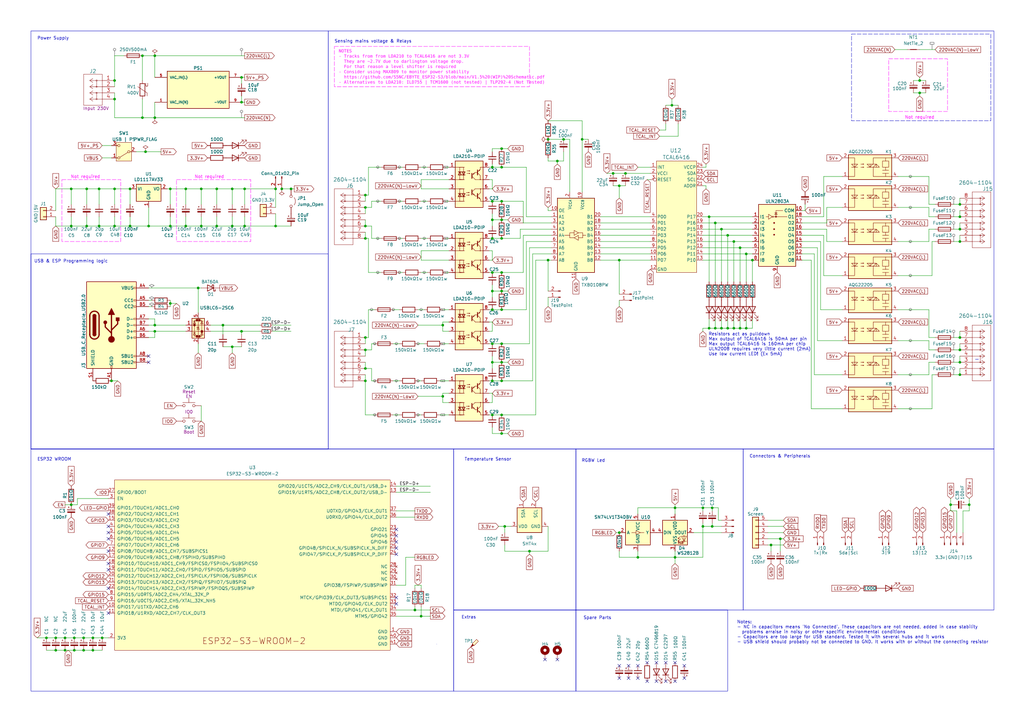
<source format=kicad_sch>
(kicad_sch (version 20231120) (generator "eeschema") (generator_version "8.0")
  (paper "A3")
  (title_block (title "Home Assistant module for lights control") (date "2024-09-08") (rev "20240908.24.8"))
  (junction (at 82.55 92.71))
  (junction (at 303.53 134.62))
  (junction (at 205.74 148.59))
  (junction (at 201.93 170.18))
  (junction (at 288.29 215.9))
  (junction (at 29.21 207.01))
  (junction (at 201.93 119.38))
  (junction (at 181.61 133.35))
  (junction (at 393.7 99.06))
  (junction (at 201.93 148.59))
  (junction (at 149.86 92.71))
  (junction (at 172.72 252.73))
  (junction (at 95.25 92.71))
  (junction (at 149.86 151.13))
  (junction (at 46.99 77.47))
  (junction (at 254 76.2))
  (junction (at 201.93 111.76))
  (junction (at 298.45 96.52))
  (junction (at 19.05 261.62))
  (junction (at 82.55 77.47))
  (junction (at 119.38 77.47))
  (junction (at 113.03 77.47))
  (junction (at 254 106.68))
  (junction (at 300.99 134.62))
  (junction (at 149.86 85.09))
  (junction (at 149.86 97.79))
  (junction (at 115.57 77.47))
  (junction (at 69.85 77.47))
  (junction (at 205.74 60.96))
  (junction (at 30.48 261.62))
  (junction (at 276.86 208.28))
  (junction (at 99.06 31.75))
  (junction (at 100.33 77.47))
  (junction (at 22.86 266.7))
  (junction (at 205.74 170.18))
  (junction (at 149.86 138.43))
  (junction (at 45.72 156.21))
  (junction (at 295.91 134.62))
  (junction (at 29.21 92.71))
  (junction (at 306.07 104.14))
  (junction (at 316.23 223.52))
  (junction (at 231.14 57.15))
  (junction (at 293.37 134.62))
  (junction (at 95.25 142.24))
  (junction (at 393.7 143.51))
  (junction (at 76.2 77.47))
  (junction (at 91.44 133.35))
  (junction (at 58.42 48.26))
  (junction (at 205.74 140.97))
  (junction (at 389.89 207.01))
  (junction (at 238.76 57.15))
  (junction (at 308.61 106.68))
  (junction (at 88.9 92.71))
  (junction (at 217.17 226.06))
  (junction (at 300.99 99.06))
  (junction (at 201.93 82.55))
  (junction (at 35.56 77.47))
  (junction (at 53.34 77.47))
  (junction (at 377.19 33.02))
  (junction (at 275.59 43.18))
  (junction (at 306.07 134.62))
  (junction (at 292.1 208.28))
  (junction (at 81.28 118.11))
  (junction (at 393.7 88.9))
  (junction (at 59.69 62.23))
  (junction (at 393.7 153.67))
  (junction (at 228.6 66.04))
  (junction (at 22.86 261.62))
  (junction (at 224.79 106.68))
  (junction (at 41.91 261.62))
  (junction (at 38.1 261.62))
  (junction (at 224.79 57.15))
  (junction (at 251.46 71.12))
  (junction (at 393.7 83.82))
  (junction (at 95.25 77.47))
  (junction (at 29.21 77.47))
  (junction (at 293.37 91.44))
  (junction (at 290.83 88.9))
  (junction (at 53.34 92.71))
  (junction (at 149.86 80.01))
  (junction (at 63.5 48.26))
  (junction (at 35.56 92.71))
  (junction (at 205.74 177.8))
  (junction (at 201.93 90.17))
  (junction (at 205.74 119.38))
  (junction (at 205.74 156.21))
  (junction (at 99.06 135.89))
  (junction (at 149.86 156.21))
  (junction (at 181.61 162.56))
  (junction (at 292.1 215.9))
  (junction (at 320.04 220.98))
  (junction (at 26.67 266.7))
  (junction (at 201.93 68.58))
  (junction (at 46.99 40.64))
  (junction (at 63.5 22.86))
  (junction (at 34.29 266.7))
  (junction (at 205.74 82.55))
  (junction (at 46.99 92.71))
  (junction (at 290.83 134.62))
  (junction (at 60.96 92.71))
  (junction (at 63.5 135.89))
  (junction (at 69.85 92.71))
  (junction (at 393.7 148.59))
  (junction (at 99.06 41.91))
  (junction (at 377.19 38.1))
  (junction (at 397.51 207.01))
  (junction (at 69.85 124.46))
  (junction (at 393.7 138.43))
  (junction (at 88.9 77.47))
  (junction (at 26.67 261.62))
  (junction (at 205.74 111.76))
  (junction (at 30.48 266.7))
  (junction (at 34.29 261.62))
  (junction (at 303.53 101.6))
  (junction (at 207.01 215.9))
  (junction (at 201.93 156.21))
  (junction (at 46.99 33.02))
  (junction (at 276.86 228.6))
  (junction (at 40.64 77.47))
  (junction (at 76.2 92.71))
  (junction (at 149.86 143.51))
  (junction (at 261.62 228.6))
  (junction (at 58.42 22.86))
  (junction (at 393.7 93.98))
  (junction (at 40.64 92.71))
  (junction (at 298.45 134.62))
  (junction (at 205.74 97.79))
  (junction (at 113.03 92.71))
  (junction (at 63.5 133.35))
  (junction (at 205.74 90.17))
  (junction (at 288.29 208.28))
  (junction (at 201.93 127))
  (junction (at 201.93 140.97))
  (junction (at 295.91 93.98))
  (junction (at 256.54 71.12))
  (junction (at 170.18 250.19))
  (junction (at 205.74 68.58))
  (junction (at 100.33 92.71))
  (junction (at 205.74 127))
  (junction (at 201.93 97.79))
  (junction (at 254 218.44))
  (junction (at 38.1 266.7))
  (no_connect (at 269.24 279.4))
  (no_connect (at 261.62 273.05))
  (no_connect (at 44.45 241.3))
  (no_connect (at 265.43 279.4))
  (no_connect (at 44.45 218.44))
  (no_connect (at 162.56 222.25))
  (no_connect (at 280.67 273.05))
  (no_connect (at 60.96 148.59))
  (no_connect (at 60.96 146.05))
  (no_connect (at 276.86 279.4))
  (no_connect (at 44.45 226.06))
  (no_connect (at 261.62 278.13))
  (no_connect (at 254 278.13))
  (no_connect (at 269.24 271.78))
  (no_connect (at 265.43 271.78))
  (no_connect (at 257.81 273.05))
  (no_connect (at 273.05 279.4))
  (no_connect (at 44.45 251.46))
  (no_connect (at 162.56 247.65))
  (no_connect (at 162.56 227.33))
  (no_connect (at 162.56 245.11))
  (no_connect (at 162.56 219.71))
  (no_connect (at 162.56 217.17))
  (no_connect (at 162.56 224.79))
  (no_connect (at 44.45 210.82))
  (no_connect (at 44.45 233.68))
  (no_connect (at 44.45 231.14))
  (no_connect (at 44.45 215.9))
  (no_connect (at 223.52 270.51))
  (no_connect (at 228.6 270.51))
  (no_connect (at 254 273.05))
  (no_connect (at 273.05 271.78))
  (no_connect (at 44.45 220.98))
  (no_connect (at 280.67 278.13))
  (no_connect (at 257.81 278.13))
  (no_connect (at 276.86 271.78))
  (wire (pts (xy 295.91 130.81) (xy 295.91 134.62)))
  (wire (pts (xy 306.07 130.81) (xy 306.07 134.62)))
  (wire (pts (xy 377.19 38.1) (xy 379.73 38.1)))
  (wire (pts (xy 163.83 170.18) (xy 161.29 170.18)))
  (wire (pts (xy 381 127) (xy 368.3 127)))
  (wire (pts (xy 207.01 215.9) (xy 209.55 215.9)))
  (wire (pts (xy 15.24 261.62) (xy 19.05 261.62)))
  (wire (pts (xy 204.47 215.9) (xy 207.01 215.9)))
  (wire (pts (xy 393.7 96.52) (xy 393.7 99.06)))
  (wire (pts (xy 337.82 113.03) (xy 345.44 113.03)))
  (wire (pts (xy 292.1 215.9) (xy 295.91 215.9)))
  (wire (pts (xy 69.85 92.71) (xy 76.2 92.71)))
  (wire (pts (xy 300.99 99.06) (xy 308.61 99.06)))
  (wire (pts (xy 22.86 77.47) (xy 29.21 77.47)))
  (wire (pts (xy 226.06 99.06) (xy 215.9 99.06)))
  (wire (pts (xy 224.79 215.9) (xy 224.79 226.06)))
  (wire (pts (xy 383.54 83.82) (xy 381 83.82)))
  (wire (pts (xy 254 218.44) (xy 252.73 218.44)))
  (wire (pts (xy 63.5 22.86) (xy 100.33 22.86)))
  (wire (pts (xy 205.74 68.58) (xy 201.93 68.58)))
  (wire (pts (xy 251.46 76.2) (xy 254 76.2)))
  (wire (pts (xy 29.21 77.47) (xy 29.21 83.82)))
  (wire (pts (xy 292.1 208.28) (xy 294.64 208.28)))
  (wire (pts (xy 205.74 156.21) (xy 201.93 156.21)))
  (wire (pts (xy 288.29 88.9) (xy 290.83 88.9)))
  (wire (pts (xy 205.74 140.97) (xy 217.17 140.97)))
  (wire (pts (xy 60.96 138.43) (xy 63.5 138.43)))
  (wire (pts (xy 394.97 209.55) (xy 397.51 209.55)))
  (wire (pts (xy 381 72.39) (xy 368.3 72.39)))
  (wire (pts (xy 392.43 218.44) (xy 392.43 209.55)))
  (wire (pts (xy 58.42 22.86) (xy 63.5 22.86)))
  (wire (pts (xy 246.38 88.9) (xy 266.7 88.9)))
  (wire (pts (xy 82.55 88.9) (xy 82.55 92.71)))
  (wire (pts (xy 166.37 228.6) (xy 170.18 228.6)))
  (wire (pts (xy 289.56 77.47) (xy 289.56 76.2)))
  (wire (pts (xy 336.55 127) (xy 345.44 127)))
  (wire (pts (xy 151.13 127) (xy 153.67 127)))
  (wire (pts (xy 201.93 140.97) (xy 200.66 140.97)))
  (wire (pts (xy 152.4 151.13) (xy 149.86 151.13)))
  (wire (pts (xy 181.61 127) (xy 184.15 127)))
  (wire (pts (xy 63.5 133.35) (xy 63.5 130.81)))
  (wire (pts (xy 273.05 53.34) (xy 270.51 53.34)))
  (wire (pts (xy 224.79 106.68) (xy 226.06 106.68)))
  (wire (pts (xy 162.56 201.93) (xy 176.53 201.93)))
  (wire (pts (xy 88.9 77.47) (xy 95.25 77.47)))
  (wire (pts (xy 334.01 153.67) (xy 334.01 104.14)))
  (wire (pts (xy 162.56 240.03) (xy 166.37 240.03)))
  (wire (pts (xy 261.62 208.28) (xy 276.86 208.28)))
  (wire (pts (xy 63.5 130.81) (xy 60.96 130.81)))
  (wire (pts (xy 91.44 133.35) (xy 91.44 137.16)))
  (wire (pts (xy 382.27 153.67) (xy 382.27 167.64)))
  (wire (pts (xy 58.42 33.02) (xy 58.42 22.86)))
  (wire (pts (xy 246.38 99.06) (xy 266.7 99.06)))
  (wire (pts (xy 205.74 177.8) (xy 201.93 177.8)))
  (wire (pts (xy 45.72 156.21) (xy 48.26 156.21)))
  (wire (pts (xy 276.86 228.6) (xy 288.29 228.6)))
  (wire (pts (xy 381 99.06) (xy 381 93.98)))
  (wire (pts (xy 224.79 49.53) (xy 238.76 49.53)))
  (wire (pts (xy 224.79 64.77) (xy 224.79 66.04)))
  (wire (pts (xy 328.93 93.98) (xy 339.09 93.98)))
  (wire (pts (xy 152.4 140.97) (xy 152.4 143.51)))
  (wire (pts (xy 152.4 85.09) (xy 149.86 85.09)))
  (wire (pts (xy 205.74 97.79) (xy 213.36 97.79)))
  (wire (pts (xy 295.91 134.62) (xy 298.45 134.62)))
  (wire (pts (xy 115.57 77.47) (xy 119.38 77.47)))
  (wire (pts (xy 201.93 67.31) (xy 201.93 68.58)))
  (wire (pts (xy 383.54 138.43) (xy 381 138.43)))
  (wire (pts (xy 238.76 57.15) (xy 238.76 49.53)))
  (wire (pts (xy 382.27 113.03) (xy 368.3 113.03)))
  (wire (pts (xy 381 143.51) (xy 381 139.7)))
  (wire (pts (xy 22.86 86.36) (xy 22.86 77.47)))
  (wire (pts (xy 320.04 220.98) (xy 321.31 220.98)))
  (wire (pts (xy 393.7 86.36) (xy 393.7 88.9)))
  (wire (pts (xy 246.38 104.14) (xy 266.7 104.14)))
  (wire (pts (xy 201.93 119.38) (xy 201.93 116.84)))
  (wire (pts (xy 205.74 82.55) (xy 214.63 82.55)))
  (wire (pts (xy 336.55 99.06) (xy 336.55 127)))
  (wire (pts (xy 293.37 130.81) (xy 293.37 134.62)))
  (wire (pts (xy 201.93 77.47) (xy 200.66 77.47)))
  (wire (pts (xy 76.2 88.9) (xy 76.2 92.71)))
  (wire (pts (xy 176.53 250.19) (xy 170.18 250.19)))
  (wire (pts (xy 288.29 68.58) (xy 289.56 68.58)))
  (wire (pts (xy 53.34 88.9) (xy 53.34 92.71)))
  (wire (pts (xy 149.86 97.79) (xy 149.86 95.25)))
  (wire (pts (xy 251.46 71.12) (xy 256.54 71.12)))
  (wire (pts (xy 152.4 97.79) (xy 156.21 97.79)))
  (wire (pts (xy 207.01 226.06) (xy 217.17 226.06)))
  (wire (pts (xy 328.93 91.44) (xy 339.09 91.44)))
  (wire (pts (xy 224.79 119.38) (xy 224.79 106.68)))
  (wire (pts (xy 95.25 88.9) (xy 95.25 92.71)))
  (wire (pts (xy 58.42 40.64) (xy 58.42 48.26)))
  (wire (pts (xy 205.74 148.59) (xy 201.93 148.59)))
  (wire (pts (xy 261.62 208.28) (xy 261.62 210.82)))
  (wire (pts (xy 288.29 93.98) (xy 295.91 93.98)))
  (wire (pts (xy 288.29 96.52) (xy 298.45 96.52)))
  (wire (pts (xy 201.93 151.13) (xy 201.93 148.59)))
  (wire (pts (xy 76.2 77.47) (xy 76.2 83.82)))
  (wire (pts (xy 205.74 127) (xy 215.9 127)))
  (wire (pts (xy 113.03 92.71) (xy 119.38 92.71)))
  (wire (pts (xy 201.93 68.58) (xy 200.66 68.58)))
  (wire (pts (xy 254 228.6) (xy 261.62 228.6)))
  (wire (pts (xy 276.86 228.6) (xy 276.86 231.14)))
  (wire (pts (xy 100.33 88.9) (xy 100.33 92.71)))
  (wire (pts (xy 374.65 38.1) (xy 377.19 38.1)))
  (wire (pts (xy 383.54 88.9) (xy 381 88.9)))
  (wire (pts (xy 201.93 92.71) (xy 201.93 90.17)))
  (wire (pts (xy 205.74 111.76) (xy 201.93 111.76)))
  (wire (pts (xy 29.21 92.71) (xy 35.56 92.71)))
  (wire (pts (xy 213.36 93.98) (xy 213.36 97.79)))
  (wire (pts (xy 46.99 38.1) (xy 46.99 40.64)))
  (wire (pts (xy 381 93.98) (xy 383.54 93.98)))
  (wire (pts (xy 300.99 99.06) (xy 300.99 115.57)))
  (wire (pts (xy 19.05 261.62) (xy 22.86 261.62)))
  (wire (pts (xy 393.7 138.43) (xy 391.16 138.43)))
  (wire (pts (xy 95.25 142.24) (xy 95.25 144.78)))
  (wire (pts (xy 228.6 66.04) (xy 224.79 66.04)))
  (wire (pts (xy 393.7 153.67) (xy 391.16 153.67)))
  (wire (pts (xy 201.93 62.23) (xy 201.93 60.96)))
  (wire (pts (xy 214.63 96.52) (xy 226.06 96.52)))
  (wire (pts (xy 99.06 39.37) (xy 99.06 41.91)))
  (wire (pts (xy 152.4 82.55) (xy 156.21 82.55)))
  (wire (pts (xy 393.7 148.59) (xy 391.16 148.59)))
  (wire (pts (xy 219.71 106.68) (xy 219.71 170.18)))
  (wire (pts (xy 393.7 153.67) (xy 393.7 151.13)))
  (wire (pts (xy 163.83 140.97) (xy 161.29 140.97)))
  (wire (pts (xy 392.43 209.55) (xy 389.89 209.55)))
  (wire (pts (xy 166.37 240.03) (xy 166.37 228.6)))
  (wire (pts (xy 63.5 48.26) (xy 100.33 48.26)))
  (wire (pts (xy 205.74 119.38) (xy 208.28 119.38)))
  (wire (pts (xy 35.56 77.47) (xy 40.64 77.47)))
  (wire (pts (xy 26.67 207.01) (xy 29.21 207.01)))
  (wire (pts (xy 321.31 218.44) (xy 314.96 218.44)))
  (wire (pts (xy 205.74 68.58) (xy 215.9 68.58)))
  (wire (pts (xy 288.29 228.6) (xy 288.29 215.9)))
  (wire (pts (xy 226.06 93.98) (xy 213.36 93.98)))
  (wire (pts (xy 330.2 86.36) (xy 328.93 86.36)))
  (wire (pts (xy 69.85 77.47) (xy 76.2 77.47)))
  (wire (pts (xy 201.93 102.87) (xy 200.66 102.87)))
  (wire (pts (xy 35.56 92.71) (xy 40.64 92.71)))
  (wire (pts (xy 224.79 85.09) (xy 224.79 86.36)))
  (wire (pts (xy 59.69 62.23) (xy 66.04 62.23)))
  (wire (pts (xy 393.7 135.89) (xy 393.7 138.43)))
  (wire (pts (xy 246.38 96.52) (xy 266.7 96.52)))
  (wire (pts (xy 294.64 208.28) (xy 294.64 213.36)))
  (wire (pts (xy 217.17 226.06) (xy 217.17 227.33)))
  (wire (pts (xy 201.93 77.47) (xy 201.93 73.66)))
  (wire (pts (xy 181.61 133.35) (xy 181.61 132.08)))
  (wire (pts (xy 149.86 82.55) (xy 149.86 80.01)))
  (wire (pts (xy 224.79 226.06) (xy 217.17 226.06)))
  (wire (pts (xy 34.29 261.62) (xy 38.1 261.62)))
  (wire (pts (xy 151.13 80.01) (xy 149.86 80.01)))
  (wire (pts (xy 201.93 165.1) (xy 200.66 165.1)))
  (wire (pts (xy 175.26 111.76) (xy 172.72 111.76)))
  (wire (pts (xy 254 106.68) (xy 254 120.65)))
  (wire (pts (xy 173.99 140.97) (xy 171.45 140.97)))
  (wire (pts (xy 207.01 223.52) (xy 207.01 226.06)))
  (wire (pts (xy 339.09 85.09) (xy 339.09 91.44)))
  (wire (pts (xy 300.99 134.62) (xy 303.53 134.62)))
  (wire (pts (xy 29.21 77.47) (xy 35.56 77.47)))
  (wire (pts (xy 383.54 143.51) (xy 381 143.51)))
  (wire (pts (xy 276.86 226.06) (xy 276.86 228.6)))
  (wire (pts (xy 76.2 77.47) (xy 82.55 77.47)))
  (wire (pts (xy 298.45 96.52) (xy 308.61 96.52)))
  (wire (pts (xy 288.29 134.62) (xy 290.83 134.62)))
  (wire (pts (xy 88.9 92.71) (xy 95.25 92.71)))
  (wire (pts (xy 300.99 130.81) (xy 300.99 134.62)))
  (wire (pts (xy 368.3 153.67) (xy 381 153.67)))
  (wire (pts (xy 152.4 82.55) (xy 152.4 85.09)))
  (wire (pts (xy 201.93 106.68) (xy 201.93 102.87)))
  (wire (pts (xy 397.51 207.01) (xy 396.24 207.01)))
  (wire (pts (xy 293.37 91.44) (xy 308.61 91.44)))
  (wire (pts (xy 30.48 266.7) (xy 34.29 266.7)))
  (wire (pts (xy 224.79 86.36) (xy 226.06 86.36)))
  (wire (pts (xy 368.3 99.06) (xy 381 99.06)))
  (wire (pts (xy 292.1 209.55) (xy 292.1 208.28)))
  (wire (pts (xy 82.55 166.37) (xy 82.55 172.72)))
  (wire (pts (xy 332.74 106.68) (xy 332.74 167.64)))
  (wire (pts (xy 22.86 92.71) (xy 29.21 92.71)))
  (polyline (pts (xy 401.32 147.32) (xy 400.05 147.32)))
  (wire (pts (xy 149.86 87.63) (xy 149.86 85.09)))
  (wire (pts (xy 149.86 92.71) (xy 149.86 90.17)))
  (wire (pts (xy 289.56 67.31) (xy 289.56 68.58)))
  (wire (pts (xy 82.55 77.47) (xy 82.55 83.82)))
  (wire (pts (xy 303.53 101.6) (xy 308.61 101.6)))
  (wire (pts (xy 95.25 77.47) (xy 100.33 77.47)))
  (wire (pts (xy 231.14 57.15) (xy 233.68 57.15)))
  (wire (pts (xy 276.86 208.28) (xy 276.86 210.82)))
  (wire (pts (xy 288.29 209.55) (xy 288.29 208.28)))
  (wire (pts (xy 46.99 40.64) (xy 46.99 48.26)))
  (wire (pts (xy 95.25 77.47) (xy 95.25 83.82)))
  (wire (pts (xy 176.53 252.73) (xy 172.72 252.73)))
  (wire (pts (xy 201.93 127) (xy 205.74 127)))
  (wire (pts (xy 383.54 153.67) (xy 382.27 153.67)))
  (wire (pts (xy 69.85 123.19) (xy 69.85 124.46)))
  (wire (pts (xy 226.06 104.14) (xy 218.44 104.14)))
  (wire (pts (xy 381 139.7) (xy 368.3 139.7)))
  (wire (pts (xy 182.88 68.58) (xy 184.15 68.58)))
  (wire (pts (xy 26.67 261.62) (xy 30.48 261.62)))
  (wire (pts (xy 337.82 88.9) (xy 328.93 88.9)))
  (wire (pts (xy 201.93 177.8) (xy 201.93 175.26)))
  (wire (pts (xy 180.34 156.21) (xy 184.15 156.21)))
  (wire (pts (xy 293.37 134.62) (xy 295.91 134.62)))
  (wire (pts (xy 60.96 85.09) (xy 60.96 92.71)))
  (wire (pts (xy 152.4 156.21) (xy 152.4 151.13)))
  (wire (pts (xy 306.07 104.14) (xy 308.61 104.14)))
  (wire (pts (xy 328.93 99.06) (xy 336.55 99.06)))
  (wire (pts (xy 53.34 92.71) (xy 60.96 92.71)))
  (wire (pts (xy 172.72 73.66) (xy 184.15 73.66)))
  (wire (pts (xy 181.61 161.29) (xy 184.15 161.29)))
  (wire (pts (xy 69.85 124.46) (xy 69.85 125.73)))
  (wire (pts (xy 284.48 218.44) (xy 295.91 218.44)))
  (wire (pts (xy 182.88 97.79) (xy 184.15 97.79)))
  (wire (pts (xy 201.93 73.66) (xy 200.66 73.66)))
  (wire (pts (xy 119.38 77.47) (xy 120.65 77.47)))
  (wire (pts (xy 40.64 77.47) (xy 40.64 83.82)))
  (wire (pts (xy 165.1 111.76) (xy 163.83 111.76)))
  (wire (pts (xy 34.29 266.7) (xy 38.1 266.7)))
  (wire (pts (xy 180.34 170.18) (xy 184.15 170.18)))
  (wire (pts (xy 308.61 134.62) (xy 308.61 130.81)))
  (wire (pts (xy 151.13 68.58) (xy 156.21 68.58)))
  (wire (pts (xy 228.6 67.31) (xy 228.6 66.04)))
  (wire (pts (xy 82.55 77.47) (xy 88.9 77.47)))
  (wire (pts (xy 389.89 209.55) (xy 389.89 207.01)))
  (wire (pts (xy 22.86 261.62) (xy 26.67 261.62)))
  (wire (pts (xy 205.74 170.18) (xy 201.93 170.18)))
  (wire (pts (xy 201.93 82.55) (xy 200.66 82.55)))
  (wire (pts (xy 172.72 170.18) (xy 171.45 170.18)))
  (wire (pts (xy 215.9 88.9) (xy 215.9 68.58)))
  (wire (pts (xy 381 85.09) (xy 368.3 85.09)))
  (wire (pts (xy 62.23 123.19) (xy 60.96 123.19)))
  (wire (pts (xy 170.18 250.19) (xy 162.56 250.19)))
  (wire (pts (xy 208.28 177.8) (xy 205.74 177.8)))
  (wire (pts (xy 306.07 134.62) (xy 308.61 134.62)))
  (wire (pts (xy 88.9 88.9) (xy 88.9 92.71)))
  (wire (pts (xy 381 138.43) (xy 381 127)))
  (wire (pts (xy 172.72 102.87) (xy 184.15 102.87)))
  (wire (pts (xy 215.9 88.9) (xy 226.06 88.9)))
  (wire (pts (xy 288.29 104.14) (xy 306.07 104.14)))
  (wire (pts (xy 219.71 106.68) (xy 224.79 106.68)))
  (wire (pts (xy 149.86 170.18) (xy 153.67 170.18)))
  (wire (pts (xy 383.54 99.06) (xy 382.27 99.06)))
  (wire (pts (xy 254 76.2) (xy 256.54 76.2)))
  (wire (pts (xy 321.31 213.36) (xy 314.96 213.36)))
  (wire (pts (xy 181.61 135.89) (xy 181.61 133.35)))
  (wire (pts (xy 246.38 106.68) (xy 254 106.68)))
  (wire (pts (xy 69.85 124.46) (xy 72.39 124.46)))
  (wire (pts (xy 171.45 127) (xy 173.99 127)))
  (wire (pts (xy 91.44 142.24) (xy 95.25 142.24)))
  (wire (pts (xy 205.74 170.18) (xy 219.71 170.18)))
  (wire (pts (xy 149.86 156.21) (xy 149.86 170.18)))
  (wire (pts (xy 289.56 76.2) (xy 288.29 76.2)))
  (wire (pts (xy 88.9 77.47) (xy 88.9 83.82)))
  (wire (pts (xy 149.86 146.05) (xy 149.86 143.51)))
  (wire (pts (xy 163.83 156.21) (xy 161.29 156.21)))
  (wire (pts (xy 86.36 135.89) (xy 99.06 135.89)))
  (wire (pts (xy 288.29 208.28) (xy 292.1 208.28)))
  (wire (pts (xy 295.91 213.36) (xy 294.64 213.36)))
  (wire (pts (xy 151.13 97.79) (xy 151.13 111.76)))
  (wire (pts (xy 201.93 121.92) (xy 201.93 119.38)))
  (wire (pts (xy 172.72 73.66) (xy 172.72 77.47)))
  (wire (pts (xy 201.93 135.89) (xy 201.93 132.08)))
  (wire (pts (xy 321.31 215.9) (xy 314.96 215.9)))
  (wire (pts (xy 278.13 55.88) (xy 278.13 50.8)))
  (wire (pts (xy 165.1 97.79) (xy 163.83 97.79)))
  (wire (pts (xy 99.06 31.75) (xy 100.33 31.75)))
  (wire (pts (xy 99.06 135.89) (xy 106.68 135.89)))
  (wire (pts (xy 162.56 199.39) (xy 176.53 199.39)))
  (wire (pts (xy 303.53 130.81) (xy 303.53 134.62)))
  (wire (pts (xy 181.61 132.08) (xy 184.15 132.08)))
  (wire (pts (xy 22.86 88.9) (xy 22.86 92.71)))
  (wire (pts (xy 46.99 92.71) (xy 53.34 92.71)))
  (wire (pts (xy 46.99 33.02) (xy 46.99 22.86)))
  (wire (pts (xy 201.93 148.59) (xy 201.93 146.05)))
  (wire (pts (xy 201.93 106.68) (xy 200.66 106.68)))
  (wire (pts (xy 181.61 165.1) (xy 181.61 162.56)))
  (wire (pts (xy 254 106.68) (xy 266.7 106.68)))
  (wire (pts (xy 393.7 140.97) (xy 393.7 143.51)))
  (wire (pts (xy 41.91 64.77) (xy 45.72 64.77)))
  (wire (pts (xy 201.93 161.29) (xy 200.66 161.29)))
  (wire (pts (xy 208.28 148.59) (xy 205.74 148.59)))
  (wire (pts (xy 254 76.2) (xy 254 81.28)))
  (wire (pts (xy 19.05 266.7) (xy 22.86 266.7)))
  (wire (pts (xy 276.86 207.01) (xy 276.86 208.28)))
  (wire (pts (xy 38.1 261.62) (xy 41.91 261.62)))
  (wire (pts (xy 298.45 115.57) (xy 298.45 96.52)))
  (wire (pts (xy 76.2 92.71) (xy 82.55 92.71)))
  (wire (pts (xy 332.74 167.64) (xy 345.44 167.64)))
  (wire (pts (xy 149.86 151.13) (xy 149.86 148.59)))
  (wire (pts (xy 111.76 135.89) (xy 119.38 135.89)))
  (wire (pts (xy 377.19 31.75) (xy 377.19 33.02)))
  (wire (pts (xy 391.16 88.9) (xy 393.7 88.9)))
  (wire (pts (xy 149.86 140.97) (xy 149.86 138.43)))
  (wire (pts (xy 172.72 106.68) (xy 184.15 106.68)))
  (wire (pts (xy 330.2 86.36) (xy 330.2 83.82)))
  (wire (pts (xy 265.43 73.66) (xy 266.7 73.66)))
  (wire (pts (xy 246.38 101.6) (xy 266.7 101.6)))
  (wire (pts (xy 172.72 102.87) (xy 172.72 106.68)))
  (wire (pts (xy 261.62 226.06) (xy 261.62 228.6)))
  (wire (pts (xy 254 226.06) (xy 254 228.6)))
  (wire (pts (xy 60.96 135.89) (xy 63.5 135.89)))
  (wire (pts (xy 205.74 90.17) (xy 201.93 90.17)))
  (wire (pts (xy 335.28 139.7) (xy 345.44 139.7)))
  (wire (pts (xy 40.64 88.9) (xy 40.64 92.71)))
  (wire (pts (xy 63.5 41.91) (xy 63.5 48.26)))
  (wire (pts (xy 95.25 142.24) (xy 99.06 142.24)))
  (wire (pts (xy 290.83 134.62) (xy 293.37 134.62)))
  (wire (pts (xy 256.54 71.12) (xy 266.7 71.12)))
  (wire (pts (xy 275.59 43.18) (xy 278.13 43.18)))
  (wire (pts (xy 224.79 57.15) (xy 231.14 57.15)))
  (wire (pts (xy 298.45 130.81) (xy 298.45 134.62)))
  (wire (pts (xy 100.33 77.47) (xy 100.33 83.82)))
  (wire (pts (xy 207.01 215.9) (xy 207.01 218.44)))
  (wire (pts (xy 35.56 83.82) (xy 35.56 77.47)))
  (wire (pts (xy 53.34 77.47) (xy 53.34 83.82)))
  (wire (pts (xy 182.88 82.55) (xy 184.15 82.55)))
  (wire (pts (xy 99.06 31.75) (xy 99.06 34.29)))
  (wire (pts (xy 345.44 72.39) (xy 337.82 72.39)))
  (wire (pts (xy 30.48 261.62) (xy 34.29 261.62)))
  (wire (pts (xy 224.79 121.92) (xy 224.79 125.73)))
  (wire (pts (xy 63.5 22.86) (xy 63.5 31.75)))
  (wire (pts (xy 328.93 96.52) (xy 337.82 96.52)))
  (wire (pts (xy 46.99 88.9) (xy 46.99 92.71)))
  (wire (pts (xy 151.13 127) (xy 151.13 138.43)))
  (wire (pts (xy 393.7 91.44) (xy 393.7 93.98)))
  (wire (pts (xy 81.28 118.11) (xy 82.55 118.11)))
  (wire (pts (xy 290.83 88.9) (xy 290.83 115.57)))
  (wire (pts (xy 339.09 93.98) (xy 339.09 99.06)))
  (wire (pts (xy 381 83.82) (xy 381 72.39)))
  (wire (pts (xy 316.23 223.52) (xy 321.31 223.52)))
  (wire (pts (xy 172.72 252.73) (xy 162.56 252.73)))
  (wire (pts (xy 391.16 83.82) (xy 393.7 83.82)))
  (wire (pts (xy 201.93 135.89) (xy 200.66 135.89)))
  (wire (pts (xy 208.28 90.17) (xy 205.74 90.17)))
  (wire (pts (xy 288.29 91.44) (xy 293.37 91.44)))
  (wire (pts (xy 377.19 20.32) (xy 383.54 20.32)))
  (wire (pts (xy 334.01 153.67) (xy 345.44 153.67)))
  (wire (pts (xy 295.91 93.98) (xy 308.61 93.98)))
  (wire (pts (xy 201.93 127) (xy 200.66 127)))
  (wire (pts (xy 288.29 101.6) (xy 303.53 101.6)))
  (wire (pts (xy 393.7 143.51) (xy 391.16 143.51)))
  (wire (pts (xy 172.72 68.58) (xy 175.26 68.58)))
  (wire (pts (xy 31.75 204.47) (xy 44.45 204.47)))
  (wire (pts (xy 306.07 104.14) (xy 306.07 115.57)))
  (wire (pts (xy 172.72 156.21) (xy 171.45 156.21)))
  (polyline (pts (xy 179.07 264.16) (xy 179.07 264.16)))
  (wire (pts (xy 218.44 104.14) (xy 218.44 156.21)))
  (wire (pts (xy 295.91 93.98) (xy 295.91 115.57)))
  (wire (pts (xy 182.88 111.76) (xy 184.15 111.76)))
  (wire (pts (xy 81.28 144.78) (xy 81.28 140.97)))
  (wire (pts (xy 163.83 127) (xy 161.29 127)))
  (wire (pts (xy 288.29 134.62) (xy 288.29 135.89)))
  (wire (pts (xy 208.28 60.96) (xy 205.74 60.96)))
  (wire (pts (xy 100.33 92.71) (xy 113.03 92.71)))
  (wire (pts (xy 391.16 93.98) (xy 393.7 93.98)))
  (wire (pts (xy 68.58 77.47) (xy 69.85 77.47)))
  (wire (pts (xy 172.72 240.03) (xy 170.18 240.03)))
  (wire (pts (xy 151.13 97.79) (xy 149.86 97.79)))
  (wire (pts (xy 381 153.67) (xy 381 148.59)))
  (wire (pts (xy 170.18 209.55) (xy 162.56 209.55)))
  (wire (pts (xy 152.4 143.51) (xy 149.86 143.51)))
  (wire (pts (xy 394.97 218.44) (xy 394.97 209.55)))
  (wire (pts (xy 165.1 82.55) (xy 163.83 82.55)))
  (wire (pts (xy 217.17 101.6) (xy 217.17 140.97)))
  (wire (pts (xy 172.72 241.3) (xy 172.72 240.03)))
  (wire (pts (xy 95.25 92.71) (xy 100.33 92.71)))
  (wire (pts (xy 248.92 71.12) (xy 251.46 71.12)))
  (wire (pts (xy 35.56 88.9) (xy 35.56 92.71)))
  (wire (pts (xy 152.4 156.21) (xy 153.67 156.21)))
  (wire (pts (xy 228.6 66.04) (xy 231.14 66.04)))
  (wire (pts (xy 82.55 92.71) (xy 88.9 92.71)))
  (wire (pts (xy 261.62 228.6) (xy 276.86 228.6)))
  (wire (pts (xy 205.74 111.76) (xy 214.63 111.76)))
  (wire (pts (xy 31.75 204.47) (xy 31.75 207.01)))
  (wire (pts (xy 38.1 266.7) (xy 41.91 266.7)))
  (wire (pts (xy 231.14 62.23) (xy 231.14 66.04)))
  (wire (pts (xy 201.93 170.18) (xy 200.66 170.18)))
  (wire (pts (xy 86.36 133.35) (xy 91.44 133.35)))
  (wire (pts (xy 111.76 133.35) (xy 119.38 133.35)))
  (wire (pts (xy 328.93 106.68) (xy 332.74 106.68)))
  (wire (pts (xy 46.99 77.47) (xy 46.99 83.82)))
  (wire (pts (xy 288.29 106.68) (xy 308.61 106.68)))
  (wire (pts (xy 181.61 162.56) (xy 181.61 161.29)))
  (wire (pts (xy 41.91 59.69) (xy 45.72 59.69)))
  (wire (pts (xy 214.63 91.44) (xy 226.06 91.44)))
  (wire (pts (xy 152.4 92.71) (xy 149.86 92.71)))
  (wire (pts (xy 261.62 68.58) (xy 266.7 68.58)))
  (wire (pts (xy 391.16 207.01) (xy 389.89 207.01)))
  (wire (pts (xy 152.4 140.97) (xy 153.67 140.97)))
  (wire (pts (xy 382.27 99.06) (xy 382.27 113.03)))
  (wire (pts (xy 46.99 48.26) (xy 58.42 48.26)))
  (wire (pts (xy 377.19 33.02) (xy 379.73 33.02)))
  (wire (pts (xy 393.7 81.28) (xy 393.7 83.82)))
  (wire (pts (xy 381 88.9) (xy 381 85.09)))
  (wire (pts (xy 81.28 118.11) (xy 81.28 128.27)))
  (wire (pts (xy 149.86 153.67) (xy 149.86 156.21)))
  (wire (pts (xy 41.91 261.62) (xy 44.45 261.62)))
  (wire (pts (xy 290.83 88.9) (xy 308.61 88.9)))
  (wire (pts (xy 46.99 22.86) (xy 50.8 22.86)))
  (wire (pts (xy 205.74 82.55) (xy 201.93 82.55)))
  (wire (pts (xy 201.93 119.38) (xy 205.74 119.38)))
  (wire (pts (xy 320.04 220.98) (xy 314.96 220.98)))
  (wire (pts (xy 254 125.73) (xy 254 123.19)))
  (wire (pts (xy 397.51 204.47) (xy 397.51 207.01)))
  (wire (pts (xy 381 148.59) (xy 383.54 148.59)))
  (wire (pts (xy 99.06 41.91) (xy 100.33 41.91)))
  (wire (pts (xy 113.03 85.09) (xy 113.03 77.47)))
  (wire (pts (xy 151.13 68.58) (xy 151.13 80.01)))
  (wire (pts (xy 60.96 133.35) (xy 63.5 133.35)))
  (wire (pts (xy 175.26 82.55) (xy 172.72 82.55)))
  (wire (pts (xy 303.53 101.6) (xy 303.53 115.57)))
  (wire (pts (xy 270.51 55.88) (xy 278.13 55.88)))
  (wire (pts (xy 391.16 99.06) (xy 393.7 99.06)))
  (wire (pts (xy 26.67 266.7) (xy 30.48 266.7)))
  (wire (pts (xy 374.65 33.02) (xy 377.19 33.02)))
  (wire (pts (xy 335.28 101.6) (xy 335.28 139.7)))
  (wire (pts (xy 275.59 43.18) (xy 273.05 43.18)))
  (wire (pts (xy 339.09 85.09) (xy 345.44 85.09)))
  (wire (pts (xy 76.2 135.89) (xy 63.5 135.89)))
  (wire (pts (xy 40.64 92.71) (xy 46.99 92.71)))
  (wire (pts (xy 60.96 118.11) (xy 81.28 118.11)))
  (wire (pts (xy 205.74 140.97) (xy 201.93 140.97)))
  (wire (pts (xy 151.13 138.43) (xy 149.86 138.43)))
  (wire (pts (xy 377.19 38.1) (xy 377.19 39.37)))
  (wire (pts (xy 389.89 204.47) (xy 389.89 207.01)))
  (wire (pts (xy 233.68 57.15) (xy 233.68 78.74)))
  (wire (pts (xy 201.93 132.08) (xy 200.66 132.08)))
  (wire (pts (xy 181.61 140.97) (xy 184.15 140.97)))
  (wire (pts (xy 393.7 146.05) (xy 393.7 148.59)))
  (wire (pts (xy 55.88 62.23) (xy 59.69 62.23)))
  (wire (pts (xy 172.72 248.92) (xy 172.72 252.73)))
  (wire (pts (xy 172.72 77.47) (xy 184.15 77.47)))
  (wire (pts (xy 328.93 101.6) (xy 335.28 101.6)))
  (wire (pts (xy 184.15 165.1) (xy 181.61 165.1)))
  (wire (pts (xy 303.53 134.62) (xy 306.07 134.62)))
  (wire (pts (xy 170.18 240.03) (xy 170.18 241.3)))
  (wire (pts (xy 298.45 134.62) (xy 300.99 134.62)))
  (wire (pts (xy 201.93 165.1) (xy 201.93 161.29)))
  (wire (pts (xy 170.18 248.92) (xy 170.18 250.19)))
  (wire (pts (xy 171.45 133.35) (xy 181.61 133.35)))
  (wire (pts (xy 175.26 97.79) (xy 172.72 97.79)))
  (wire (pts (xy 46.99 33.02) (xy 46.99 35.56)))
  (wire (pts (xy 367.03 20.32) (xy 372.11 20.32)))
  (wire (pts (xy 46.99 77.47) (xy 53.34 77.47)))
  (wire (pts (xy 320.04 220.98) (xy 320.04 226.06)))
  (wire (pts (xy 205.74 156.21) (xy 218.44 156.21)))
  (wire (pts (xy 214.63 111.76) (xy 214.63 96.52)))
  (wire (pts (xy 316.23 223.52) (xy 314.96 223.52)))
  (wire (pts (xy 288.29 99.06) (xy 300.99 99.06)))
  (wire (pts (xy 29.21 88.9) (xy 29.21 92.71)))
  (wire (pts (xy 100.33 77.47) (xy 113.03 77.47)))
  (wire (pts (xy 76.2 133.35) (xy 63.5 133.35)))
  (wire (pts (xy 151.13 111.76) (xy 156.21 111.76)))
  (wire (pts (xy 397.51 209.55) (xy 397.51 207.01)))
  (wire (pts (xy 201.93 90.17) (xy 201.93 87.63)))
  (wire (pts (xy 62.23 125.73) (xy 60.96 125.73)))
  (wire (pts (xy 63.5 138.43) (xy 63.5 135.89)))
  (wire (pts (xy 292.1 214.63) (xy 292.1 215.9)))
  (wire (pts (xy 215.9 99.06) (xy 215.9 127)))
  (wire (pts (xy 31.75 207.01) (xy 29.21 207.01)))
  (wire (pts (xy 241.3 57.15) (xy 238.76 57.15)))
  (wire (pts (xy 152.4 97.79) (xy 152.4 92.71)))
  (wire (pts (xy 290.83 130.81) (xy 290.83 134.62)))
  (wire (pts (xy 201.93 156.21) (xy 200.66 156.21)))
  (wire (pts (xy 69.85 88.9) (xy 69.85 92.71)))
  (wire (pts (xy 40.64 77.47) (xy 46.99 77.47)))
  (wire (pts (xy 60.96 92.71) (xy 69.85 92.71)))
  (wire (pts (xy 170.18 212.09) (xy 162.56 212.09)))
  (wire (pts (xy 382.27 167.64) (xy 368.3 167.64)))
  (wire (pts (xy 201.93 97.79) (xy 200.66 97.79)))
  (wire (pts (xy 345.44 99.06) (xy 339.09 99.06)))
  (wire (pts (xy 273.05 50.8) (xy 273.05 53.34)))
  (wire (pts (xy 275.59 40.64) (xy 275.59 43.18)))
  (wire (pts (xy 69.85 77.47) (xy 69.85 83.82)))
  (wire (pts (xy 58.42 48.26) (xy 63.5 48.26)))
  (wire (pts (xy 293.37 91.44) (xy 293.37 115.57)))
  (wire (pts (xy 205.74 97.79) (xy 201.93 97.79)))
  (wire (pts (xy 113.03 87.63) (xy 113.03 92.71)))
  (wire (pts (xy 246.38 93.98) (xy 266.7 93.98)))
  (wire (pts (xy 201.93 60.96) (xy 205.74 60.96)))
  (wire (pts (xy 201.93 111.76) (xy 200.66 111.76)))
  (wire (pts (xy 214.63 91.44) (xy 214.63 82.55)))
  (wire (pts (xy 184.15 135.89) (xy 181.61 135.89)))
  (wire (pts (xy 276.86 208.28) (xy 288.29 208.28)))
  (wire (pts (xy 288.29 214.63) (xy 288.29 215.9)))
  (wire (pts (xy 99.06 135.89) (xy 99.06 137.16)))
  (wire (pts (xy 337.82 72.39) (xy 337.82 88.9)))
  (wire (pts (xy 91.44 133.35) (xy 106.68 133.35)))
  (wire (pts (xy 246.38 91.44) (xy 266.7 91.44)))
  (wire (pts (xy 226.06 101.6) (xy 217.17 101.6)))
  (wire (pts (xy 308.61 106.68) (xy 308.61 115.57)))
  (wire (pts (xy 238.76 57.15) (xy 238.76 78.74)))
  (wire (pts (xy 288.29 215.9) (xy 292.1 215.9)))
  (wire (pts (xy 316.23 226.06) (xy 316.23 223.52)))
  (wire (pts (xy 334.01 104.14) (xy 328.93 104.14)))
  (wire (pts (xy 337.82 96.52) (xy 337.82 113.03)))
  (wire (pts (xy 22.86 266.7) (xy 26.67 266.7)))
  (wire (pts (xy 165.1 68.58) (xy 163.83 68.58)))
  (wire (pts (xy 171.45 162.56) (xy 181.61 162.56)))
  (rectangle (start 12.7 104.14) (end 134.62 184.15))
  (rectangle (start 134.62 12.7) (end 407.67 184.15))
  (rectangle (start 12.7 12.7) (end 134.62 184.15))
  (rectangle (start 25.4 73.66) (end 49.53 99.06) (stroke (width 0) (type dash) (color 255 0 255 1)))
  (rectangle (start 186.055 250.19) (end 236.22 283.464))
  (rectangle (start 186.055 184.15) (end 236.22 250.19))
  (rectangle (start 364.49 24.13) (end 388.62 45.72) (stroke (width 0) (type dash) (color 255 0 255 1)))
  (rectangle (start 137.16 19.05) (end 217.17 35.56) (stroke (width 0) (type dash) (color 255 0 255 1)))
  (rectangle (start 236.22 184.15) (end 304.8 250.19))
  (rectangle (start 236.22 250.19) (end 298.45 283.464))
  (rectangle (start 72.39 73.66) (end 102.87 99.06) (stroke (width 0) (type dash) (color 255 0 255 1)))
  (rectangle (start 12.7 184.15) (end 186.055 283.464))
  (rectangle (start 349.25 13.97) (end 406.4 49.53) (stroke (width 0) (type dash)))
  (rectangle (start 304.8 184.15) (end 407.67 250.19))
  (text "USB & ESP Programming logic" (at 13.97 107.95 0) (effects (font (size 1.27 1.27)) (justify left bottom)))
  (text "NOTES\n- Tracks from from LDA210 to TCAL6416 are not 3.3V\n  They are ~2.7V due to darlington voltage drop.\n  For that reason a level shifter is required\n- Consider using MAX809 to monitor power stability\n  https://github.com/S5NC/EBYTE_ESP32-S3/blob/main/V1.5%20(WIP)%20Schematic.pdf\n- Alternatives to LDA210: ILD755 | TCM1600 (not tested) | TLP292-4 (Not Tested)\n" (at 138.938 27.94 0) (effects (font (size 1.27 1.27)) (justify left)))
  (text "Spare Parts" (at 239.268 254.254 0) (effects (font (size 1.27 1.27)) (justify left bottom)))
  (text "Temperature Sensor" (at 190.5 189.23 0) (effects (font (size 1.27 1.27)) (justify left bottom)))
  (text "Power Supply" (at 15.24 16.51 0) (effects (font (size 1.27 1.27)) (justify left bottom)))
  (text "Extras" (at 189.23 254 0) (effects (font (size 1.27 1.27)) (justify left bottom)))
  (text "Not required" (at 377.19 48.26 0) (effects (font (size 1.27 1.27))))
  (text "Not required" (at 85.852 72.644 0) (effects (font (size 1.27 1.27))))
  (text "Resistors act as pulldown\nMax output of TCAL6416 is 50mA per pin\nMax output TCAL6416 is 160mA per chip\nULN2008 requires very little current (2mA)\nUse low current LED! (Ex 5mA)\n\n" (at 290.576 142.24 0) (effects (font (size 1.27 1.27)) (justify left)))
  (text "Connectors & Peripherals" (at 307.34 187.96 0) (effects (font (size 1.27 1.27)) (justify left bottom)))
  (text "ESP32 WROOM\n" (at 15.24 189.23 0) (effects (font (size 1.27 1.27)) (justify left bottom)))
  (text "RGBW Led" (at 238.506 189.738 0) (effects (font (size 1.27 1.27)) (justify left bottom)))
  (text "Notes:\n- NC in capacitors means 'No Connected'. These capacitors are not needed, added in case stability \n  problems arraise in noisy or other specific environmental conditions\n- Capacitors are too large for USB standard. Tested it with several hubs and it works\n- USB shield should probably not be connected to GND. It works with or without the connecting resistor" (at 302.26 264.16 0) (effects (font (size 1.27 1.27)) (justify left bottom)))
  (text "Sensing mains voltage & Relays\n" (at 137.16 17.78 0) (effects (font (size 1.27 1.27)) (justify left bottom)))
  (text "Not required" (at 35.052 72.644 0) (effects (font (size 1.27 1.27))))
  (label "ESP-D+" (at 163.83 199.39 0))
  (label "ESP-D-" (at 163.83 201.93 0))
  (label "ESP-D-" (at 119.38 133.35 180))
  (label "ESP-D+" (at 119.38 135.89 180))
  (global_label "5V+" (shape input) (at 321.31 223.52 0) (property "Intersheetrefs" "${INTERSHEET_REFS}" (effects (hide yes))))
  (global_label "3.3V+" (shape input) (at 29.21 199.39 90) (property "Intersheetrefs" "${INTERSHEET_REFS}" (effects (hide yes))))
  (global_label "TCAL_RESET" (shape input) (at 265.43 73.66 270) (property "Intersheetrefs" "${INTERSHEET_REFS}" (effects (hide yes))))
  (global_label "GND" (shape input) (at 95.25 144.78 270) (property "Intersheetrefs" "${INTERSHEET_REFS}" (effects (hide yes))))
  (global_label "TCAL_RESET" (shape input) (at 270.51 53.34 180) (property "Intersheetrefs" "${INTERSHEET_REFS}" (effects (hide yes))))
  (global_label "GND" (shape input) (at 162.56 259.08 0) (property "Intersheetrefs" "${INTERSHEET_REFS}" (effects (hide yes))))
  (global_label "GND" (shape input) (at 208.28 119.38 0) (property "Intersheetrefs" "${INTERSHEET_REFS}" (effects (hide yes))))
  (global_label "5V+" (shape input) (at 377.19 31.75 90) (property "Intersheetrefs" "${INTERSHEET_REFS}" (effects (hide yes))))
  (global_label "220VAC(L)" (shape output) (at 100.33 22.86 0) (property "Intersheetrefs" "${INTERSHEET_REFS}" (effects (hide yes))))
  (global_label "VBUS" (shape input) (at 41.91 64.77 180) (property "Intersheetrefs" "${INTERSHEET_REFS}" (effects (hide yes))))
  (global_label "EN" (shape output) (at 26.67 207.01 180) (property "Intersheetrefs" "${INTERSHEET_REFS}" (effects (hide yes))))
  (global_label "5V+" (shape input) (at 345.44 77.47 180) (property "Intersheetrefs" "${INTERSHEET_REFS}" (effects (hide yes))))
  (global_label "220VAC(L)" (shape input) (at 368.3 105.41 0) (property "Intersheetrefs" "${INTERSHEET_REFS}" (effects (hide yes))))
  (global_label "GND" (shape input) (at 389.89 204.47 90) (property "Intersheetrefs" "${INTERSHEET_REFS}" (effects (hide yes))))
  (global_label "5V+" (shape input) (at 345.44 105.41 180) (property "Intersheetrefs" "${INTERSHEET_REFS}" (effects (hide yes))))
  (global_label "3.3V+" (shape input) (at 85.09 64.77 180) (property "Intersheetrefs" "${INTERSHEET_REFS}" (effects (hide yes))))
  (global_label "SDA" (shape input) (at 346.71 218.44 90) (property "Intersheetrefs" "${INTERSHEET_REFS}" (effects (hide yes))))
  (global_label "GPIO7" (shape bidirectional) (at 389.89 218.44 90) (property "Intersheetrefs" "${INTERSHEET_REFS}" (effects (hide yes))))
  (global_label "RXD0" (shape output) (at 170.18 212.09 0) (property "Intersheetrefs" "${INTERSHEET_REFS}" (effects (hide yes))))
  (global_label "GND" (shape input) (at 29.21 212.09 270) (property "Intersheetrefs" "${INTERSHEET_REFS}" (effects (hide yes))))
  (global_label "RXD0" (shape input) (at 335.28 218.44 90) (property "Intersheetrefs" "${INTERSHEET_REFS}" (effects (hide yes))))
  (global_label "5V+_PS" (shape output) (at 100.33 31.75 0) (property "Intersheetrefs" "${INTERSHEET_REFS}" (effects (hide yes))))
  (global_label "GND" (shape input) (at 217.17 227.33 270) (property "Intersheetrefs" "${INTERSHEET_REFS}" (effects (hide yes))))
  (global_label "220VAC(N)-LowV" (shape input) (at 171.45 133.35 180) (property "Intersheetrefs" "${INTERSHEET_REFS}" (effects (hide yes))))
  (global_label "SCL" (shape input) (at 321.31 215.9 0) (property "Intersheetrefs" "${INTERSHEET_REFS}" (effects (hide yes))))
  (global_label "220VAC(N)-LowV" (shape input) (at 383.54 20.32 0) (property "Intersheetrefs" "${INTERSHEET_REFS}" (effects (hide yes))))
  (global_label "TXD0" (shape input) (at 337.82 218.44 90) (property "Intersheetrefs" "${INTERSHEET_REFS}" (effects (hide yes))))
  (global_label "GPIO15" (shape bidirectional) (at 387.35 218.44 90) (property "Intersheetrefs" "${INTERSHEET_REFS}" (effects (hide yes))))
  (global_label "GND" (shape input) (at 193.04 265.43 270) (property "Intersheetrefs" "${INTERSHEET_REFS}" (effects (hide yes))))
  (global_label "3.3V+" (shape input) (at 275.59 40.64 90) (property "Intersheetrefs" "${INTERSHEET_REFS}" (effects (hide yes))))
  (global_label "SDA" (shape input) (at 214.63 205.74 90) (property "Intersheetrefs" "${INTERSHEET_REFS}" (effects (hide yes))))
  (global_label "GND" (shape input) (at 48.26 156.21 270) (property "Intersheetrefs" "${INTERSHEET_REFS}" (effects (hide yes))))
  (global_label "3.3V+" (shape input) (at 397.51 204.47 90) (property "Intersheetrefs" "${INTERSHEET_REFS}" (effects (hide yes))))
  (global_label "SDA" (shape output) (at 176.53 252.73 0) (property "Intersheetrefs" "${INTERSHEET_REFS}" (effects (hide yes))))
  (global_label "GPIO15" (shape bidirectional) (at 44.45 243.84 180) (property "Intersheetrefs" "${INTERSHEET_REFS}" (effects (hide yes))))
  (global_label "220VAC(N)-LowV" (shape input) (at 172.72 76.2 180) (property "Intersheetrefs" "${INTERSHEET_REFS}" (effects (hide yes))))
  (global_label "220VAC(N)" (shape input) (at 367.03 20.32 180) (property "Intersheetrefs" "${INTERSHEET_REFS}" (effects (hide yes))))
  (global_label "GND" (shape input) (at 82.55 172.72 270) (property "Intersheetrefs" "${INTERSHEET_REFS}" (effects (hide yes))))
  (global_label "IO0" (shape output) (at 44.45 201.93 180) (property "Intersheetrefs" "${INTERSHEET_REFS}" (effects (hide yes))))
  (global_label "GPIO7" (shape bidirectional) (at 44.45 223.52 180) (property "Intersheetrefs" "${INTERSHEET_REFS}" (effects (hide yes))))
  (global_label "3.3V+" (shape input) (at 204.47 215.9 180) (property "Intersheetrefs" "${INTERSHEET_REFS}" (effects (hide yes))))
  (global_label "3.3V+" (shape input) (at 224.79 49.53 90) (property "Intersheetrefs" "${INTERSHEET_REFS}" (effects (hide yes))))
  (global_label "GND" (shape input) (at 254 81.28 270) (property "Intersheetrefs" "${INTERSHEET_REFS}" (effects (hide yes))))
  (global_label "GND" (shape input) (at 368.3 241.3 0) (property "Intersheetrefs" "${INTERSHEET_REFS}" (effects (hide yes))))
  (global_label "LED-GPIO" (shape input) (at 353.06 241.3 180) (property "Intersheetrefs" "${INTERSHEET_REFS}" (effects (hide yes))))
  (global_label "SDA" (shape input) (at 288.29 71.12 0) (property "Intersheetrefs" "${INTERSHEET_REFS}" (effects (hide yes))))
  (global_label "5V+" (shape input) (at 345.44 119.38 180) (property "Intersheetrefs" "${INTERSHEET_REFS}" (effects (hide yes))))
  (global_label "GND" (shape input) (at 228.6 67.31 270) (property "Intersheetrefs" "${INTERSHEET_REFS}" (effects (hide yes))))
  (global_label "220VAC(L)" (shape input) (at 368.3 119.38 0) (property "Intersheetrefs" "${INTERSHEET_REFS}" (effects (hide yes))))
  (global_label "GND" (shape input) (at 320.04 231.14 270) (property "Intersheetrefs" "${INTERSHEET_REFS}" (effects (hide yes))))
  (global_label "220VAC(L)" (shape input) (at 368.3 77.47 0) (property "Intersheetrefs" "${INTERSHEET_REFS}" (effects (hide yes))))
  (global_label "GND" (shape input) (at 72.39 124.46 270) (property "Intersheetrefs" "${INTERSHEET_REFS}" (effects (hide yes))))
  (global_label "GND" (shape output) (at 100.33 41.91 0) (property "Intersheetrefs" "${INTERSHEET_REFS}" (effects (hide yes))))
  (global_label "GND" (shape input) (at 22.86 92.71 270) (property "Intersheetrefs" "${INTERSHEET_REFS}" (effects (hide yes))))
  (global_label "3.3V+" (shape input) (at 248.92 71.12 90) (property "Intersheetrefs" "${INTERSHEET_REFS}" (effects (hide yes))))
  (global_label "5V+" (shape input) (at 85.09 59.69 180) (property "Intersheetrefs" "${INTERSHEET_REFS}" (effects (hide yes))))
  (global_label "5V+" (shape input) (at 330.2 86.36 0) (property "Intersheetrefs" "${INTERSHEET_REFS}" (effects (hide yes))))
  (global_label "220VAC(L)" (shape input) (at 368.3 132.08 0) (property "Intersheetrefs" "${INTERSHEET_REFS}" (effects (hide yes))))
  (global_label "5V+" (shape input) (at 345.44 91.44 180) (property "Intersheetrefs" "${INTERSHEET_REFS}" (effects (hide yes))))
  (global_label "GND" (shape input) (at 254 125.73 270) (property "Intersheetrefs" "${INTERSHEET_REFS}" (effects (hide yes))))
  (global_label "TCAL_INT" (shape input) (at 270.51 55.88 180) (property "Intersheetrefs" "${INTERSHEET_REFS}" (effects (hide yes))))
  (global_label "3.3V+" (shape input) (at 201.93 161.29 0) (property "Intersheetrefs" "${INTERSHEET_REFS}" (effects (hide yes))))
  (global_label "SCL" (shape input) (at 349.25 218.44 90) (property "Intersheetrefs" "${INTERSHEET_REFS}" (effects (hide yes))))
  (global_label "TCAL_RESET" (shape input) (at 44.45 246.38 180) (property "Intersheetrefs" "${INTERSHEET_REFS}" (effects (hide yes))))
  (global_label "VBUS" (shape output) (at 90.17 118.11 0) (property "Intersheetrefs" "${INTERSHEET_REFS}" (effects (hide yes))))
  (global_label "GND" (shape input) (at 208.28 148.59 0) (property "Intersheetrefs" "${INTERSHEET_REFS}" (effects (hide yes))))
  (global_label "GND" (shape input) (at 316.23 231.14 270) (property "Intersheetrefs" "${INTERSHEET_REFS}" (effects (hide yes))))
  (global_label "GND" (shape input) (at 162.56 261.62 0) (property "Intersheetrefs" "${INTERSHEET_REFS}" (effects (hide yes))))
  (global_label "GND" (shape input) (at 162.56 264.16 0) (property "Intersheetrefs" "${INTERSHEET_REFS}" (effects (hide yes))))
  (global_label "GPIO13" (shape bidirectional) (at 378.46 218.44 90) (property "Intersheetrefs" "${INTERSHEET_REFS}" (effects (hide yes))))
  (global_label "GND" (shape input) (at 27.94 266.7 270) (property "Intersheetrefs" "${INTERSHEET_REFS}" (effects (hide yes))))
  (global_label "5V+" (shape input) (at 345.44 160.02 180) (property "Intersheetrefs" "${INTERSHEET_REFS}" (effects (hide yes))))
  (global_label "3.3V+" (shape input) (at 321.31 220.98 0) (property "Intersheetrefs" "${INTERSHEET_REFS}" (effects (hide yes))))
  (global_label "GND" (shape input) (at 224.79 125.73 270) (property "Intersheetrefs" "${INTERSHEET_REFS}" (effects (hide yes))))
  (global_label "RGBLED" (shape output) (at 170.18 228.6 0) (property "Intersheetrefs" "${INTERSHEET_REFS}" (effects (hide yes))))
  (global_label "GND" (shape input) (at 321.31 218.44 0) (property "Intersheetrefs" "${INTERSHEET_REFS}" (effects (hide yes))))
  (global_label "3.3V+" (shape input) (at 289.56 67.31 90) (property "Intersheetrefs" "${INTERSHEET_REFS}" (effects (hide yes))))
  (global_label "IO0" (shape input) (at 72.39 172.72 180) (property "Intersheetrefs" "${INTERSHEET_REFS}" (effects (hide yes))))
  (global_label "GND" (shape input) (at 318.77 111.76 270) (property "Intersheetrefs" "${INTERSHEET_REFS}" (effects (hide yes))))
  (global_label "5V+" (shape input) (at 345.44 132.08 180) (property "Intersheetrefs" "${INTERSHEET_REFS}" (effects (hide yes))))
  (global_label "GND" (shape input) (at 289.56 77.47 270) (property "Intersheetrefs" "${INTERSHEET_REFS}" (effects (hide yes))))
  (global_label "3.3V+" (shape output) (at 120.65 77.47 0) (property "Intersheetrefs" "${INTERSHEET_REFS}" (effects (hide yes))))
  (global_label "3.3V+" (shape input) (at 224.79 85.09 90) (property "Intersheetrefs" "${INTERSHEET_REFS}" (effects (hide yes))))
  (global_label "5V+_PS" (shape input) (at 41.91 59.69 180) (property "Intersheetrefs" "${INTERSHEET_REFS}" (effects (hide yes))))
  (global_label "3.3V+" (shape input) (at 171.45 240.03 90) (property "Intersheetrefs" "${INTERSHEET_REFS}" (effects (hide yes))))
  (global_label "3.3V+" (shape input) (at 15.24 261.62 90) (property "Intersheetrefs" "${INTERSHEET_REFS}" (effects (hide yes))))
  (global_label "GPIO12" (shape bidirectional) (at 375.92 218.44 90) (property "Intersheetrefs" "${INTERSHEET_REFS}" (effects (hide yes))))
  (global_label "3.3V+" (shape input) (at 201.93 132.08 0) (property "Intersheetrefs" "${INTERSHEET_REFS}" (effects (hide yes))))
  (global_label "220VAC(L)" (shape input) (at 368.3 64.77 0) (property "Intersheetrefs" "${INTERSHEET_REFS}" (effects (hide yes))))
  (global_label "GPIO12" (shape bidirectional) (at 44.45 236.22 180) (property "Intersheetrefs" "${INTERSHEET_REFS}" (effects (hide yes))))
  (global_label "GND" (shape input) (at 100.33 59.69 0) (property "Intersheetrefs" "${INTERSHEET_REFS}" (effects (hide yes))))
  (global_label "GPIO9" (shape bidirectional) (at 44.45 228.6 180) (property "Intersheetrefs" "${INTERSHEET_REFS}" (effects (hide yes))))
  (global_label "220VAC(N)-LowV" (shape input) (at 172.72 105.41 180) (property "Intersheetrefs" "${INTERSHEET_REFS}" (effects (hide yes))))
  (global_label "GND" (shape input) (at 276.86 231.14 270) (property "Intersheetrefs" "${INTERSHEET_REFS}" (effects (hide yes))))
  (global_label "EN" (shape input) (at 72.39 166.37 180) (property "Intersheetrefs" "${INTERSHEET_REFS}" (effects (hide yes))))
  (global_label "5V+" (shape input) (at 345.44 64.77 180) (property "Intersheetrefs" "${INTERSHEET_REFS}" (effects (hide yes))))
  (global_label "GND" (shape input) (at 241.3 62.23 270) (property "Intersheetrefs" "${INTERSHEET_REFS}" (effects (hide yes))))
  (global_label "GND" (shape input) (at 208.28 90.17 0) (property "Intersheetrefs" "${INTERSHEET_REFS}" (effects (hide yes))))
  (global_label "GPIO3" (shape bidirectional) (at 361.95 218.44 90) (property "Intersheetrefs" "${INTERSHEET_REFS}" (effects (hide yes))))
  (global_label "3.3V+" (shape input) (at 201.93 106.68 0) (property "Intersheetrefs" "${INTERSHEET_REFS}" (effects (hide yes))))
  (global_label "GND" (shape input) (at 100.33 64.77 0) (property "Intersheetrefs" "${INTERSHEET_REFS}" (effects (hide yes))))
  (global_label "220VAC(L)" (shape input) (at 368.3 160.02 0) (property "Intersheetrefs" "${INTERSHEET_REFS}" (effects (hide yes))))
  (global_label "GND" (shape input) (at 208.28 60.96 0) (property "Intersheetrefs" "${INTERSHEET_REFS}" (effects (hide yes))))
  (global_label "5V+" (shape output) (at 66.04 62.23 0) (property "Intersheetrefs" "${INTERSHEET_REFS}" (effects (hide yes))))
  (global_label "GND" (shape input) (at 208.28 177.8 0) (property "Intersheetrefs" "${INTERSHEET_REFS}" (effects (hide yes))))
  (global_label "TXD0" (shape output) (at 170.18 209.55 0) (property "Intersheetrefs" "${INTERSHEET_REFS}" (effects (hide yes))))
  (global_label "220VAC(N)" (shape output) (at 100.33 48.26 0) (property "Intersheetrefs" "${INTERSHEET_REFS}" (effects (hide yes))))
  (global_label "GND" (shape input) (at 81.28 144.78 270) (property "Intersheetrefs" "${INTERSHEET_REFS}" (effects (hide yes))))
  (global_label "GND" (shape input) (at 377.19 39.37 270) (property "Intersheetrefs" "${INTERSHEET_REFS}" (effects (hide yes))))
  (global_label "GND" (shape input) (at 236.22 114.3 270) (property "Intersheetrefs" "${INTERSHEET_REFS}" (effects (hide yes))))
  (global_label "TCAL_INT" (shape input) (at 44.45 248.92 180) (property "Intersheetrefs" "${INTERSHEET_REFS}" (effects (hide yes))))
  (global_label "SDA" (shape input) (at 321.31 213.36 0) (property "Intersheetrefs" "${INTERSHEET_REFS}" (effects (hide yes))))
  (global_label "LED-GPIO" (shape output) (at 44.45 208.28 180) (property "Intersheetrefs" "${INTERSHEET_REFS}" (effects (hide yes))))
  (global_label "5V+" (shape input) (at 22.86 77.47 90) (property "Intersheetrefs" "${INTERSHEET_REFS}" (effects (hide yes))))
  (global_label "GND" (shape input) (at 288.29 135.89 270) (property "Intersheetrefs" "${INTERSHEET_REFS}" (effects (hide yes))))
  (global_label "3.3V+" (shape input) (at 201.93 77.47 0) (property "Intersheetrefs" "${INTERSHEET_REFS}" (effects (hide yes))))
  (global_label "SCL" (shape output) (at 176.53 250.19 0) (property "Intersheetrefs" "${INTERSHEET_REFS}" (effects (hide yes))))
  (global_label "GND" (shape input) (at 266.7 110.49 270) (property "Intersheetrefs" "${INTERSHEET_REFS}" (effects (hide yes))))
  (global_label "220VAC(N)-LowV" (shape input) (at 171.45 162.56 180) (property "Intersheetrefs" "${INTERSHEET_REFS}" (effects (hide yes))))
  (global_label "SCL" (shape input) (at 288.29 73.66 0) (property "Intersheetrefs" "${INTERSHEET_REFS}" (effects (hide yes))))
  (global_label "220VAC(L)" (shape input) (at 368.3 91.44 0) (property "Intersheetrefs" "${INTERSHEET_REFS}" (effects (hide yes))))
  (global_label "220VAC(L)" (shape input) (at 368.3 146.05 0) (property "Intersheetrefs" "${INTERSHEET_REFS}" (effects (hide yes))))
  (global_label "GND" (shape input) (at 330.2 78.74 90) (property "Intersheetrefs" "${INTERSHEET_REFS}" (effects (hide yes))))
  (global_label "RGBLED" (shape input) (at 252.73 218.44 180) (property "Intersheetrefs" "${INTERSHEET_REFS}" (effects (hide yes))))
  (global_label "SCL" (shape input) (at 219.71 205.74 90) (property "Intersheetrefs" "${INTERSHEET_REFS}" (effects (hide yes))))
  (global_label "TCAL_INT" (shape input) (at 261.62 68.58 180) (property "Intersheetrefs" "${INTERSHEET_REFS}" (effects (hide yes))))
  (global_label "GPIO13" (shape bidirectional) (at 44.45 238.76 180) (property "Intersheetrefs" "${INTERSHEET_REFS}" (effects (hide yes))))
  (global_label "5V+" (shape input) (at 345.44 146.05 180) (property "Intersheetrefs" "${INTERSHEET_REFS}" (effects (hide yes))))
  (global_label "GPIO9" (shape bidirectional) (at 364.49 218.44 90) (property "Intersheetrefs" "${INTERSHEET_REFS}" (effects (hide yes))))
  (global_label "5V+" (shape input) (at 276.86 207.01 90) (property "Intersheetrefs" "${INTERSHEET_REFS}" (effects (hide yes))))
  (global_label "GPIO3" (shape bidirectional) (at 44.45 213.36 180) (property "Intersheetrefs" "${INTERSHEET_REFS}" (effects (hide yes))))
  (netclass_flag "" (length 2.54) (shape round) (at 391.16 93.98 0) (property "Netclass" "Mains" (effects (hide yes))))
  (netclass_flag "" (length 0.0254) (shape round) (at 152.4 127 0) (property "Netclass" "Mains" (effects (hide yes))))
  (netclass_flag "" (length 2.54) (shape round) (at 391.16 148.59 0) (property "Netclass" "Mains" (effects (hide yes))))
  (netclass_flag "" (length 0.0254) (shape round) (at 373.38 85.09 0) (property "Netclass" "Mains" (effects (hide yes))))
  (netclass_flag "" (length 0.0254) (shape round) (at 373.38 139.7 0) (property "Netclass" "Mains" (effects (hide yes))))
  (netclass_flag "" (length 0.0254) (shape round) (at 154.94 82.55 0) (property "Netclass" "Mains" (effects (hide yes))))
  (netclass_flag "" (length 2.54) (shape round) (at 391.16 138.43 0) (property "Netclass" "Mains" (effects (hide yes))))
  (netclass_flag "" (length 0.0254) (shape rectangle) (at 181.61 140.97 0) (property "Netclass" "Mains-LowVoltage" (effects (hide yes))))
  (netclass_flag "" (length 0.0254) (shape round) (at 171.45 140.97 0) (property "Netclass" "Mains" (effects (hide yes))))
  (netclass_flag "" (length 0.0254) (shape round) (at 153.67 170.18 0) (property "Netclass" "Mains" (effects (hide yes))))
  (netclass_flag "" (length 0.0254) (shape round) (at 173.99 97.79 0) (property "Netclass" "Mains" (effects (hide yes))))
  (netclass_flag "" (length 2.54) (shape round) (at 391.16 88.9 0) (property "Netclass" "Mains" (effects (hide yes))))
  (netclass_flag "" (length 0.0254) (shape round) (at 153.67 140.97 0) (property "Netclass" "Mains" (effects (hide yes))))
  (netclass_flag "" (length 0.0254) (shape round) (at 171.45 170.18 0) (property "Netclass" "Mains" (effects (hide yes))))
  (netclass_flag "" (length 1) (shape diamond) (at 62.23 118.11 0) (property "Netclass" "USB" (effects (hide yes))))
  (netclass_flag "" (length 0.0254) (shape rectangle) (at 182.88 97.79 0) (property "Netclass" "Mains-LowVoltage" (effects (hide yes))))
  (netclass_flag "" (length 2.54) (shape round) (at 99.06 22.86 0) (property "Netclass" "Mains" (effects (hide yes))))
  (netclass_flag "" (length 0.0254) (shape rectangle) (at 181.61 170.18 0) (property "Netclass" "Mains-LowVoltage" (effects (hide yes))))
  (netclass_flag "" (length 0.0254) (shape round) (at 373.38 72.39 0) (property "Netclass" "Mains" (effects (hide yes))))
  (netclass_flag "" (length 2.54) (shape round) (at 391.16 99.06 0) (property "Netclass" "Mains" (effects (hide yes))))
  (netclass_flag "" (length 0.0254) (shape round) (at 162.56 140.97 0) (property "Netclass" "Mains" (effects (hide yes))))
  (netclass_flag "" (length 0.0254) (shape round) (at 373.38 153.67 0) (property "Netclass" "Mains" (effects (hide yes))))
  (netclass_flag "" (length 0.0254) (shape round) (at 162.56 156.21 0) (property "Netclass" "Mains" (effects (hide yes))))
  (netclass_flag "" (length 0.0254) (shape rectangle) (at 182.88 68.58 0) (property "Netclass" "Mains-LowVoltage" (effects (hide yes))))
  (netclass_flag "" (length 0.0254) (shape rectangle) (at 182.88 111.76 0) (property "Netclass" "Mains-LowVoltage" (effects (hide yes))))
  (netclass_flag "" (length 1) (shape diamond) (at 62.23 123.19 0) (property "Netclass" "USB" (effects (hide yes))))
  (netclass_flag "" (length 0.0254) (shape rectangle) (at 181.61 127 0) (property "Netclass" "Mains-LowVoltage" (effects (hide yes))))
  (netclass_flag "" (length 0.0254) (shape round) (at 154.94 68.58 0) (property "Netclass" "Mains" (effects (hide yes))))
  (netclass_flag "" (length 2.54) (shape round) (at 99.06 48.26 0) (property "Netclass" "Mains" (effects (hide yes))))
  (netclass_flag "" (length 1) (shape diamond) (at 62.23 125.73 0) (property "Netclass" "USB" (effects (hide yes))))
  (netclass_flag "" (length 0.0254) (shape round) (at 373.38 113.03 0) (property "Netclass" "Mains" (effects (hide yes))))
  (netclass_flag "" (length 2.54) (shape round) (at 391.16 153.67 0) (property "Netclass" "Mains" (effects (hide yes))))
  (netclass_flag "" (length 0.0254) (shape round) (at 373.38 127 0) (property "Netclass" "Mains" (effects (hide yes))))
  (netclass_flag "" (length 0.0254) (shape round) (at 171.45 156.21 0) (property "Netclass" "Mains" (effects (hide yes))))
  (netclass_flag "" (length 0.0254) (shape round) (at 163.83 111.76 0) (property "Netclass" "Mains" (effects (hide yes))))
  (netclass_flag "" (length 0.0254) (shape round) (at 161.29 127 0) (property "Netclass" "Mains" (effects (hide yes))))
  (netclass_flag "" (length 0.0254) (shape round) (at 373.38 167.64 0) (property "Netclass" "Mains" (effects (hide yes))))
  (netclass_flag "" (length 0.0254) (shape round) (at 154.94 97.79 0) (property "Netclass" "Mains" (effects (hide yes))))
  (netclass_flag "" (length 0.0254) (shape round) (at 163.83 68.58 0) (property "Netclass" "Mains" (effects (hide yes))))
  (netclass_flag "" (length 0.0254) (shape round) (at 162.56 170.18 0) (property "Netclass" "Mains" (effects (hide yes))))
  (netclass_flag "" (length 0.0254) (shape round) (at 163.83 82.55 0) (property "Netclass" "Mains" (effects (hide yes))))
  (netclass_flag "" (length 0.0254) (shape round) (at 173.99 68.58 0) (property "Netclass" "Mains" (effects (hide yes))))
  (netclass_flag "" (length 2.54) (shape rectangle) (at 382.27 20.32 0) (property "Netclass" "Mains-LowVoltage" (effects (hide yes))))
  (netclass_flag "" (length 0.0254) (shape round) (at 163.83 97.79 0) (property "Netclass" "Mains" (effects (hide yes))))
  (netclass_flag "" (length 0.0254) (shape round) (at 373.38 99.06 0) (property "Netclass" "Mains" (effects (hide yes))))
  (netclass_flag "" (length 2.54) (shape round) (at 46.99 22.86 0) (property "Netclass" "Mains" (effects (hide yes))))
  (netclass_flag "" (length 2.54) (shape round) (at 391.16 83.82 0) (property "Netclass" "Mains" (effects (hide yes))))
  (netclass_flag "" (length 0.0254) (shape round) (at 172.72 127 0) (property "Netclass" "Mains" (effects (hide yes))))
  (netclass_flag "" (length 0.0254) (shape rectangle) (at 182.88 82.55 0) (property "Netclass" "Mains-LowVoltage" (effects (hide yes))))
  (netclass_flag "" (length 0.0254) (shape round) (at 173.99 111.76 0) (property "Netclass" "Mains" (effects (hide yes))))
  (netclass_flag "" (length 0.0254) (shape round) (at 154.94 111.76 0) (property "Netclass" "Mains" (effects (hide yes))))
  (netclass_flag "" (length 2.54) (shape round) (at 391.16 143.51 0) (property "Netclass" "Mains" (effects (hide yes))))
  (netclass_flag "" (length 0.0254) (shape round) (at 173.99 82.55 0) (property "Netclass" "Mains" (effects (hide yes))))
  (netclass_flag "" (length 0.0254) (shape round) (at 153.67 156.21 0) (property "Netclass" "Mains" (effects (hide yes))))
  (netclass_flag "" (length 0.0254) (shape rectangle) (at 181.61 156.21 0) (property "Netclass" "Mains-LowVoltage" (effects (hide yes))))
  (symbol (lib_id "Device:R") (at 176.53 156.21 90) (unit 1)
    (property "Reference" "R19" (effects (hide yes)))
    (property "Value" "150kΩ1w" (at 176.53 158.75 90))
    (property "Footprint" "Resistor_SMD:R_2512_6332Metric_Pad1.40x3.35mm_HandSolder" (effects (hide yes)))
    (property "Description" "Resistor" (effects (hide yes)))
    (property "JLCPCB" "C25719" (effects (hide yes)))
    (property "LCSC" "C25719" (effects (hide yes)))
  )
  (symbol (lib_id "Device:R") (at 176.53 170.18 90) (unit 1)
    (property "Reference" "R20" (effects (hide yes)))
    (property "Value" "150kΩ1w" (at 176.53 172.72 90))
    (property "Footprint" "Resistor_SMD:R_2512_6332Metric_Pad1.40x3.35mm_HandSolder" (effects (hide yes)))
    (property "Description" "Resistor" (effects (hide yes)))
    (property "JLCPCB" "C25719" (effects (hide yes)))
    (property "LCSC" "C25719" (effects (hide yes)))
  )
  (symbol (lib_id "Device:Fuse") (at 54.61 22.86 90) (unit 1)
    (property "Reference" "F1" (at 54.61 25.4 90))
    (property "Value" "250V500mA" (at 54.61 20.32 90))
    (property "Footprint" "Fuse:Fuseholder_TR5_Littelfuse_No560_No460" (effects (hide yes)))
    (property "Description" "Fuse" (effects (hide yes)))
  )
  (symbol (lib_id "Device:Varistor") (at 58.42 36.83 180) (unit 1)
    (property "Reference" "RV1" (at 52.07 35.56 0) (effects (justify right)))
    (property "Value" "400V" (at 52.07 38.1 0) (effects (justify right)))
    (property "Footprint" "Varistor:RV_Disc_D12mm_W4.2mm_P7.5mm" (effects (hide yes)))
    (property "Description" "Voltage dependent resistor" (effects (hide yes)))
    (property "Sim.Name" "kicad_builtin_varistor" (effects (hide yes)))
    (property "Sim.Device" "SUBCKT" (effects (hide yes)))
    (property "Sim.Pins" "1=A 2=B" (effects (hide yes)))
    (property "Sim.Params" "threshold=1k" (effects (hide yes)))
    (property "Sim.Library" "${KICAD7_SYMBOL_DIR}/Simulation_SPICE.sp" (effects (hide yes)))
  )
  (symbol (lib_id "Regulator_Linear:LD1117S33TR_SOT223") (at 60.96 77.47 0) (unit 1)
    (property "Reference" "U1" (at 60.96 71.3232 0))
    (property "Value" "LD1117AV33" (at 60.96 73.6346 0))
    (property "Footprint" "Package_TO_SOT_THT:TO-220-3_Vertical" (effects (hide yes)))
    (property "Datasheet" "http://www.st.com/st-web-ui/static/active/en/resource/technical/document/datasheet/CD00000544.pdf" (effects (hide yes)))
    (property "Description" "800mA Fixed Low Drop Positive Voltage Regulator, Fixed Output 3.3V, SOT-223" (effects (hide yes)))
    (property "JLCPCB" "C32833" (effects (hide yes)))
    (property "LCSC" "C32833" (effects (hide yes)))
  )
  (symbol (lib_id "Connector_Generic:Conn_01x02") (at 17.78 88.9 180) (unit 1)
    (property "Reference" "J1" (at 17.78 83.566 0))
    (property "Value" "GND|5V" (at 14.732 87.63 90))
    (property "Footprint" "Connector_JST:JST_XH_B2B-XH-A_1x02_P2.50mm_Vertical" (effects (hide yes)))
    (property "Description" "Generic connector, single row, 01x02, script generated (kicad-library-utils/schlib/autogen/connector/)" (effects (hide yes)))
    (property "JLCPCB" "C492401" (effects (hide yes)))
    (property "LCSC" "C492401" (effects (hide yes)))
  )
  (symbol (lib_id "RAC05-05SK_277:RAC05-05SK/277") (at 81.28 36.83 0) (unit 1)
    (property "Reference" "PS1" (at 81.28 27.94 0))
    (property "Value" "RAC05-05SK/277" (effects (hide yes)))
    (property "Footprint" "rac05-05sk:277" (effects (hide yes)))
    (property "STANDARD" "Manufacturer Recommendations" (effects (hide yes)))
    (property "MAXIMUM_PACKAGE_HEIGHT" "21.8mm" (effects (hide yes)))
    (property "MANUFACTURER" "RECOM" (effects (hide yes)))
    (property "PARTREV" "N/A" (effects (hide yes)))
  )
  (symbol (lib_id "Device:C_Polarized_Small") (at 69.85 86.36 0) (unit 1)
    (property "Reference" "C12" (at 67.31 96.52 0) (effects (justify left)))
    (property "Value" "10uF" (at 66.04 93.98 0) (effects (justify left)))
    (property "Footprint" "Capacitor_THT:CP_Radial_D6.3mm_P2.50mm" (effects (hide yes)))
    (property "Description" "Polarized capacitor, small symbol" (effects (hide yes)))
  )
  (symbol (lib_id "Connector_Generic:Conn_01x02") (at 107.95 87.63 180) (unit 1)
    (property "Reference" "J4" (at 107.95 79.502 0))
    (property "Value" "GND|3.3V" (at 107.95 82.042 0))
    (property "Footprint" "Connector_JST:JST_XH_B2B-XH-A_1x02_P2.50mm_Vertical" (effects (hide yes)))
    (property "Description" "Generic connector, single row, 01x02, script generated (kicad-library-utils/schlib/autogen/connector/)" (effects (hide yes)))
    (property "JLCPCB" "C492401" (effects (hide yes)))
    (property "LCSC" "C492401" (effects (hide yes)))
  )
  (symbol (lib_id "Connector:Conn_01x02_Pin") (at 115.57 72.39 270) (unit 1)
    (property "Reference" "J5" (effects (hide yes)))
    (property "Value" "Conn_01x02_Pin" (at 114.935 71.12 90))
    (property "Footprint" "Connector_PinHeader_2.54mm:PinHeader_1x02_P2.54mm_Vertical" (effects (hide yes)))
    (property "Description" "Generic connector, single row, 01x02, script generated" (effects (hide yes)))
    (property "JLCPCB" "C492401" (effects (hide yes)))
    (property "LCSC" "C492401" (effects (hide yes)))
  )
  (symbol (lib_id "Device:R") (at 167.64 156.21 90) (unit 1)
    (property "Reference" "R11" (effects (hide yes)))
    (property "Value" "150kΩ1w" (at 167.64 158.75 90))
    (property "Footprint" "Resistor_SMD:R_2512_6332Metric_Pad1.40x3.35mm_HandSolder" (effects (hide yes)))
    (property "Description" "Resistor" (effects (hide yes)))
    (property "JLCPCB" "C25719" (effects (hide yes)))
    (property "LCSC" "C25719" (effects (hide yes)))
  )
  (symbol (lib_id "Device:R") (at 167.64 170.18 90) (unit 1)
    (property "Reference" "R12" (effects (hide yes)))
    (property "Value" "150kΩ1w" (at 166.37 172.72 90))
    (property "Footprint" "Resistor_SMD:R_2512_6332Metric_Pad1.40x3.35mm_HandSolder" (effects (hide yes)))
    (property "Description" "Resistor" (effects (hide yes)))
    (property "JLCPCB" "C25719" (effects (hide yes)))
    (property "LCSC" "C25719" (effects (hide yes)))
  )
  (symbol (lib_id "Device:C_Polarized_Small") (at 35.56 86.36 0) (unit 1)
    (property "Reference" "C8" (at 34.29 96.52 0) (effects (justify left)))
    (property "Value" "22uF" (at 38.1 93.98 0) (effects (justify right)))
    (property "Footprint" "Capacitor_SMD:C_0805_2012Metric_Pad1.18x1.45mm_HandSolder" (effects (hide yes)))
    (property "Description" "Polarized capacitor, small symbol" (effects (hide yes)))
    (property "JLCPCB" "C45783" (effects (hide yes)))
    (property "LCSC" "C45783" (effects (hide yes)))
  )
  (symbol (lib_id "Device:C_Polarized_Small") (at 330.2 81.28 180) (unit 1)
    (property "Reference" "C37" (effects (hide yes)))
    (property "Value" "100nF" (at 332.74 80.01 0) (effects (justify right)))
    (property "Footprint" "Capacitor_SMD:C_0805_2012Metric_Pad1.18x1.45mm_HandSolder" (effects (hide yes)))
    (property "Description" "Polarized capacitor, small symbol" (effects (hide yes)))
    (property "JLCPCB" "C49678" (effects (hide yes)))
    (property "LCSC" "C49678" (effects (hide yes)))
  )
  (symbol (lib_id "wago-2604-1104:2604-1104") (at 139.7 146.05 180) (unit 1)
    (property "Reference" "J7" (at 144.145 135.255 0) (effects (font (size 1.524 1.524))))
    (property "Value" "2604-1104" (at 143.51 132.08 0) (effects (font (size 1.524 1.524))))
    (property "Footprint" "wago-2604-1104:big_pads_2604-1104" (effects (hide yes)))
  )
  (symbol (lib_id "wago-2604-1104:2604-1104") (at 403.86 91.44 0) (unit 1)
    (property "Reference" "J15" (at 405.13 77.47 0) (effects (font (size 1.524 1.524))))
    (property "Value" "2604-1104" (at 400.05 74.93 0) (effects (font (size 1.524 1.524))))
    (property "Footprint" "wago-2604-1104:big_pads_2604-1104" (effects (hide yes)))
  )
  (symbol (lib_id "power:PWR_FLAG") (at 63.5 48.26 180) (unit 1)
    (property "Reference" "#FLG03" (effects (hide yes)))
    (property "Value" "PWR_FLAG" (effects (hide yes)))
    (property "Description" "Special symbol for telling ERC where power comes from" (effects (hide yes)))
  )
  (symbol (lib_id "wago-2604-1102:2604-1102") (at 36.83 35.56 180) (unit 1)
    (property "Reference" "J2" (at 38.1 29.21 0) (effects (font (size 1.524 1.524))))
    (property "Value" "2604-1102" (effects (hide yes)))
    (property "Footprint" "wago-2604-1102:big_pads_2604-1102" (effects (hide yes)))
    (property "Text" "Input 230V" (at 39.37 44.45 0))
  )
  (symbol (lib_id "power:PWR_FLAG") (at 63.5 22.86 0) (unit 1)
    (property "Reference" "#FLG02" (effects (hide yes)))
    (property "Value" "PWR_FLAG" (effects (hide yes)))
    (property "Description" "Special symbol for telling ERC where power comes from" (effects (hide yes)))
  )
  (symbol (lib_id "power:PWR_FLAG") (at 115.57 77.47 180) (unit 1)
    (property "Reference" "#FLG04" (effects (hide yes)))
    (property "Value" "PWR_FLAG" (effects (hide yes)))
    (property "Description" "Special symbol for telling ERC where power comes from" (effects (hide yes)))
  )
  (symbol (lib_id "Device:R") (at 88.9 59.69 270) (unit 1)
    (property "Reference" "R7" (effects (hide yes)))
    (property "Value" "100Ω" (at 88.9 57.15 90))
    (property "Footprint" "Resistor_SMD:R_0805_2012Metric_Pad1.20x1.40mm_HandSolder" (effects (hide yes)))
    (property "Description" "Resistor" (effects (hide yes)))
    (property "JLCPCB" "C17408" (effects (hide yes)))
    (property "LCSC" "C17408" (effects (hide yes)))
  )
  (symbol (lib_id "Device:C_Polarized_Small") (at 76.2 86.36 0) (unit 1)
    (property "Reference" "C14" (at 74.168 96.52 0) (effects (justify left)))
    (property "Value" "100nF" (at 78.74 93.98 0) (effects (justify right)))
    (property "Footprint" "Capacitor_SMD:C_0805_2012Metric_Pad1.18x1.45mm_HandSolder" (effects (hide yes)))
    (property "Description" "Polarized capacitor, small symbol" (effects (hide yes)))
    (property "JLCPCB" "C49678" (effects (hide yes)))
    (property "LCSC" "C49678" (effects (hide yes)))
  )
  (symbol (lib_id "Device:LED") (at 96.52 59.69 180) (unit 1)
    (property "Reference" "D2" (effects (hide yes)))
    (property "Value" "5V" (effects (hide yes)))
    (property "Footprint" "LED_SMD:LED_0805_2012Metric_Pad1.15x1.40mm_HandSolder" (effects (hide yes)))
    (property "Description" "Light emitting diode" (effects (hide yes)))
    (property "JLCPCB" "C2297" (effects (hide yes)))
    (property "LCSC" "C2297" (effects (hide yes)))
  )
  (symbol (lib_id "Switch:SW_Push") (at 77.47 166.37 0) (unit 1)
    (property "Reference" "SW2" (at 77.47 158.75 0))
    (property "Value" "Reset" (effects (hide yes)))
    (property "Footprint" "hamodule_SW_SPST_SKQG_WithStem:SW_SPST_SKQG_WithStem" (effects (hide yes)))
    (property "Description" "Push button switch, generic, two pins" (effects (hide yes)))
    (property "JLCPCB" "C318884" (effects (hide yes)))
    (property "Label" "EN" (at 77.47 162.56 0))
    (property "LCSC" "C318884" (effects (hide yes)))
    (property "PcbText" "Reset" (at 77.47 160.655 0))
  )
  (symbol (lib_id "Switch:SW_Push") (at 77.47 172.72 0) (unit 1)
    (property "Reference" "SW3" (at 77.47 175.26 0))
    (property "Value" "Boot" (effects (hide yes)))
    (property "Footprint" "hamodule_SW_SPST_SKQG_WithStem:SW_SPST_SKQG_WithStem" (effects (hide yes)))
    (property "Description" "Push button switch, generic, two pins" (effects (hide yes)))
    (property "JLCPCB" "C318884" (effects (hide yes)))
    (property "Label" "IO0" (at 77.47 168.91 0))
    (property "LCSC" "C318884" (effects (hide yes)))
    (property "PcbText" "Boot" (at 77.47 177.165 0))
  )
  (symbol (lib_id "Device:R") (at 29.21 203.2 180) (unit 1)
    (property "Reference" "R1" (at 26.67 203.2 90))
    (property "Value" "10kΩ" (at 29.21 203.2 90))
    (property "Footprint" "Resistor_SMD:R_0603_1608Metric_Pad0.98x0.95mm_HandSolder" (effects (hide yes)))
    (property "Description" "Resistor" (effects (hide yes)))
    (property "JLCPCB" "C25804" (effects (hide yes)))
    (property "LCSC" "C25804" (effects (hide yes)))
  )
  (symbol (lib_id "Device:C_Polarized_Small") (at 29.21 209.55 0) (unit 1)
    (property "Reference" "C3" (at 24.13 209.55 0) (effects (justify left)))
    (property "Value" "100nF" (at 21.59 212.09 0) (effects (justify left)))
    (property "Footprint" "Capacitor_SMD:C_0603_1608Metric_Pad1.08x0.95mm_HandSolder" (effects (hide yes)))
    (property "Description" "Polarized capacitor, small symbol" (effects (hide yes)))
    (property "JLCPCB" "C14663" (effects (hide yes)))
    (property "LCSC" "C14663" (effects (hide yes)))
  )
  (symbol (lib_id "Device:C_Polarized_Small") (at 22.86 264.16 0) (unit 1)
    (property "Reference" "C2" (at 22.86 260.35 90) (effects (justify left)))
    (property "Value" "NC" (at 22.86 255.27 90) (effects (justify left)))
    (property "Footprint" "Capacitor_SMD:C_1206_3216Metric_Pad1.33x1.80mm_HandSolder" (effects (hide yes)))
    (property "Description" "Polarized capacitor, small symbol" (effects (hide yes)))
  )
  (symbol (lib_id "Device:C_Polarized_Small") (at 30.48 264.16 0) (unit 1)
    (property "Reference" "C6" (at 30.48 260.35 90) (effects (justify left)))
    (property "Value" "100nF" (at 30.48 255.524 90) (effects (justify left)))
    (property "Footprint" "Capacitor_SMD:C_0603_1608Metric_Pad1.08x0.95mm_HandSolder" (effects (hide yes)))
    (property "Description" "Polarized capacitor, small symbol" (effects (hide yes)))
    (property "JLCPCB" "C14663" (effects (hide yes)))
    (property "LCSC" "C14663" (effects (hide yes)))
  )
  (symbol (lib_id "LDA210-PDIP:LDA210-PDIP") (at 191.77 161.29 0) (unit 1)
    (property "Reference" "U7" (at 192.405 149.4282 0))
    (property "Value" "LDA210-PDIP" (at 192.405 151.7396 0))
    (property "Footprint" "Package_DIP:DIP-8_W7.62mm_Socket_LongPads" (effects (hide yes)))
    (property "Datasheet" "http://optoelectronics.liteon.com/upload/download/DS70-2001-006/S_110_LTV-355T%2020140520.pdf" (effects (hide yes)))
    (property "Description" "DC Darlington Optocoupler, Vce 35V, CTR 600%, SO-4" (effects (hide yes)))
  )
  (symbol (lib_id "Device:R") (at 177.8 140.97 90) (unit 1)
    (property "Reference" "R22" (effects (hide yes)))
    (property "Value" "150kΩ1w" (at 177.8 143.51 90))
    (property "Footprint" "Resistor_SMD:R_2512_6332Metric_Pad1.40x3.35mm_HandSolder" (effects (hide yes)))
    (property "Description" "Resistor" (effects (hide yes)))
    (property "JLCPCB" "C25719" (effects (hide yes)))
    (property "LCSC" "C25719" (effects (hide yes)))
  )
  (symbol (lib_id "Device:R") (at 177.8 127 90) (unit 1)
    (property "Reference" "R21" (effects (hide yes)))
    (property "Value" "150kΩ1w" (at 177.8 129.54 90))
    (property "Footprint" "Resistor_SMD:R_2512_6332Metric_Pad1.40x3.35mm_HandSolder" (effects (hide yes)))
    (property "Description" "Resistor" (effects (hide yes)))
    (property "JLCPCB" "C25719" (effects (hide yes)))
    (property "LCSC" "C25719" (effects (hide yes)))
  )
  (symbol (lib_id "Device:R") (at 167.64 127 90) (unit 1)
    (property "Reference" "R9" (effects (hide yes)))
    (property "Value" "150kΩ1w" (at 167.64 129.54 90))
    (property "Footprint" "Resistor_SMD:R_2512_6332Metric_Pad1.40x3.35mm_HandSolder" (effects (hide yes)))
    (property "Description" "Resistor" (effects (hide yes)))
    (property "JLCPCB" "C25719" (effects (hide yes)))
    (property "LCSC" "C25719" (effects (hide yes)))
  )
  (symbol (lib_id "Device:R") (at 167.64 140.97 90) (unit 1)
    (property "Reference" "R10" (effects (hide yes)))
    (property "Value" "150kΩ1w" (at 166.37 143.51 90))
    (property "Footprint" "Resistor_SMD:R_2512_6332Metric_Pad1.40x3.35mm_HandSolder" (effects (hide yes)))
    (property "Description" "Resistor" (effects (hide yes)))
    (property "JLCPCB" "C25719" (effects (hide yes)))
    (property "LCSC" "C25719" (effects (hide yes)))
  )
  (symbol (lib_id "LDA210-PDIP:LDA210-PDIP") (at 191.77 132.08 0) (unit 1)
    (property "Reference" "U6" (at 192.405 120.2182 0))
    (property "Value" "LDA210-PDIP" (at 192.405 122.5296 0))
    (property "Footprint" "Package_DIP:DIP-8_W7.62mm_Socket_LongPads" (effects (hide yes)))
    (property "Datasheet" "http://optoelectronics.liteon.com/upload/download/DS70-2001-006/S_110_LTV-355T%2020140520.pdf" (effects (hide yes)))
    (property "Description" "DC Darlington Optocoupler, Vce 35V, CTR 600%, SO-4" (effects (hide yes)))
  )
  (symbol (lib_id "Connector:Conn_01x02_Pin") (at 335.28 223.52 90) (unit 1)
    (property "Reference" "J10" (at 335.28 224.79 90) (effects (justify right)))
    (property "Value" "Tx|Rx" (at 336.55 226.695 90))
    (property "Footprint" "Connector_PinHeader_2.54mm:PinHeader_1x02_P2.54mm_Vertical" (effects (hide yes)))
    (property "Description" "Generic connector, single row, 01x02, script generated" (effects (hide yes)))
    (property "JLCPCB" "C492401" (effects (hide yes)))
    (property "LCSC" "C492401" (effects (hide yes)))
  )
  (symbol (lib_id "Device:C_Polarized_Small") (at 207.01 220.98 0) (unit 1)
    (property "Reference" "C30" (at 203.2 223.52 0) (effects (justify right)))
    (property "Value" "100nF" (at 204.47 220.98 0) (effects (justify right)))
    (property "Footprint" "Capacitor_SMD:C_0603_1608Metric_Pad1.08x0.95mm_HandSolder" (effects (hide yes)))
    (property "Description" "Polarized capacitor, small symbol" (effects (hide yes)))
    (property "JLCPCB" "C14663" (effects (hide yes)))
    (property "LCSC" "C14663" (effects (hide yes)))
  )
  (symbol (lib_id "Connector:Conn_01x02_Pin") (at 361.95 223.52 90) (unit 1)
    (property "Reference" "J12" (at 361.696 224.79 90) (effects (justify right)))
    (property "Value" "3|9" (at 361.442 226.568 90) (effects (justify right)))
    (property "Footprint" "Connector_PinHeader_2.54mm:PinHeader_1x02_P2.54mm_Vertical" (effects (hide yes)))
    (property "Description" "Generic connector, single row, 01x02, script generated" (effects (hide yes)))
    (property "PcbText" "16|3" (effects (hide yes)))
    (property "JLCPCB" "C492401" (effects (hide yes)))
    (property "LCSC" "C492401" (effects (hide yes)))
  )
  (symbol (lib_id "wago-2604-1104:2604-1104") (at 403.86 146.05 0) (unit 1)
    (property "Reference" "J16" (at 405.13 132.08 0) (effects (font (size 1.524 1.524))))
    (property "Value" "2604-1104" (at 400.05 129.54 0) (effects (font (size 1.524 1.524))))
    (property "Footprint" "wago-2604-1104:big_pads_2604-1104" (effects (hide yes)))
  )
  (symbol (lib_id "Device:R") (at 205.74 144.78 0) (unit 1)
    (property "Reference" "R32" (at 205.74 144.78 90))
    (property "Value" "10kΩ" (at 208.28 144.78 90))
    (property "Footprint" "Resistor_SMD:R_0603_1608Metric_Pad0.98x0.95mm_HandSolder" (effects (hide yes)))
    (property "Description" "Resistor" (effects (hide yes)))
    (property "JLCPCB" "C25804" (effects (hide yes)))
    (property "LCSC" "C25804" (effects (hide yes)))
  )
  (symbol (lib_id "Connector:Conn_01x04_Pin") (at 389.89 223.52 90) (unit 1)
    (property "Reference" "J14" (at 391.16 226.06 90))
    (property "Value" "3.3v|GND|7|15" (at 391.16 228.6 90))
    (property "Footprint" "Connector_PinHeader_2.54mm:PinHeader_1x04_P2.54mm_Vertical" (effects (hide yes)))
    (property "Description" "Generic connector, single row, 01x04, script generated" (effects (hide yes)))
  )
  (symbol (lib_id "Device:C_Polarized_Small") (at 379.73 35.56 0) (unit 1)
    (property "Reference" "C21" (at 382.524 34.544 0) (effects (justify left)))
    (property "Value" "22uF" (at 382.778 36.322 0) (effects (justify left)))
    (property "Footprint" "Capacitor_SMD:C_0805_2012Metric_Pad1.18x1.45mm_HandSolder" (effects (hide yes)))
    (property "Description" "Polarized capacitor, small symbol" (effects (hide yes)))
    (property "JLCPCB" "C45783" (effects (hide yes)))
    (property "LCSC" "C45783" (effects (hide yes)))
  )
  (symbol (lib_id "Device:LED") (at 273.05 275.59 90) (unit 1)
    (property "Reference" "D14" (at 273.05 268.986 0))
    (property "Value" "C2297" (at 273.05 263.144 0))
    (property "Footprint" "LED_SMD:LED_0805_2012Metric_Pad1.15x1.40mm_HandSolder" (effects (hide yes)))
    (property "Description" "Light emitting diode" (effects (hide yes)))
    (property "JLCPCB" "C2297" (effects (hide yes)))
    (property "LCSC" "C2297" (effects (hide yes)))
  )
  (symbol (lib_id "Device:C_Polarized_Small") (at 26.67 264.16 0) (unit 1)
    (property "Reference" "C4" (at 26.67 260.35 90) (effects (justify left)))
    (property "Value" "22uF" (at 26.67 255.27 90) (effects (justify left)))
    (property "Footprint" "Capacitor_SMD:C_0603_1608Metric_Pad1.08x0.95mm_HandSolder" (effects (hide yes)))
    (property "Description" "Polarized capacitor, small symbol" (effects (hide yes)))
    (property "JLCPCB" "C59461" (effects (hide yes)))
    (property "LCSC" "C59461" (effects (hide yes)))
  )
  (symbol (lib_id "Device:C_Small") (at 201.93 143.51 0) (unit 1)
    (property "Reference" "C27" (at 200.66 139.7 0) (effects (justify left)))
    (property "Value" "22uF" (effects (hide yes)))
    (property "Footprint" "Capacitor_SMD:C_0603_1608Metric_Pad1.08x0.95mm_HandSolder" (effects (hide yes)))
    (property "Description" "Unpolarized capacitor, small symbol" (effects (hide yes)))
    (property "JLCPCB" "C59461" (effects (hide yes)))
    (property "LCSC" "C59461" (effects (hide yes)))
  )
  (symbol (lib_id "Device:C_Polarized_Small") (at 280.67 275.59 180) (unit 1)
    (property "Reference" "C41" (at 280.67 267.208 90) (effects (justify left)))
    (property "Value" "100nF" (at 280.67 266.446 90) (effects (justify right)))
    (property "Footprint" "Capacitor_SMD:C_0805_2012Metric_Pad1.18x1.45mm_HandSolder" (effects (hide yes)))
    (property "Description" "Polarized capacitor, small symbol" (effects (hide yes)))
    (property "JLCPCB" "C49678" (effects (hide yes)))
    (property "LCSC" "C49678" (effects (hide yes)))
  )
  (symbol (lib_id "hamodule_library:TCAL6416") (at 261.62 78.74 0) (unit 1)
    (property "Reference" "U12" (at 277.114 61.722 0) (effects (font (size 1.524 1.524))))
    (property "Value" "TCAL6416" (at 277.368 64.516 0) (effects (font (size 1.524 1.524))))
    (property "Footprint" "Package_SO:TSSOP-24_4.4x7.8mm_P0.65mm" (effects (hide yes)))
    (property "Datasheet" "TCAL6416" (effects (hide yes)))
  )
  (symbol (lib_id "Device:R") (at 278.13 46.99 0) (unit 1)
    (property "Reference" "R38" (at 280.67 46.99 90))
    (property "Value" "10kΩ" (at 278.13 46.99 90))
    (property "Footprint" "Resistor_SMD:R_0603_1608Metric_Pad0.98x0.95mm_HandSolder" (effects (hide yes)))
    (property "Description" "Resistor" (effects (hide yes)))
    (property "JLCPCB" "C25804" (effects (hide yes)))
    (property "LCSC" "C25804" (effects (hide yes)))
  )
  (symbol (lib_id "Device:Fuse") (at 157.48 170.18 270) (unit 1)
    (property "Reference" "F5" (at 157.48 172.72 90))
    (property "Value" "Fuse" (effects (hide yes)))
    (property "Footprint" "RST-80-AMMO:FUSE_RST-1-BULK" (effects (hide yes)))
    (property "Description" "Fuse" (effects (hide yes)))
  )
  (symbol (lib_id "Device:R") (at 298.45 119.38 180) (unit 1)
    (property "Reference" "R48" (effects (hide yes)))
    (property "Value" "660Ω" (at 298.45 119.38 90))
    (property "Footprint" "Resistor_SMD:R_0603_1608Metric_Pad0.98x0.95mm_HandSolder" (effects (hide yes)))
    (property "Description" "Resistor" (effects (hide yes)))
    (property "JLCPCB" "C23193" (effects (hide yes)))
    (property "LCSC" "C23193" (effects (hide yes)))
  )
  (symbol (lib_id "Device:R") (at 290.83 119.38 180) (unit 1)
    (property "Reference" "R45" (effects (hide yes)))
    (property "Value" "660Ω" (at 290.83 119.38 90))
    (property "Footprint" "Resistor_SMD:R_0603_1608Metric_Pad0.98x0.95mm_HandSolder" (effects (hide yes)))
    (property "Description" "Resistor" (effects (hide yes)))
    (property "JLCPCB" "C23193" (effects (hide yes)))
    (property "LCSC" "C23193" (effects (hide yes)))
  )
  (symbol (lib_id "Device:LED") (at 293.37 127 90) (unit 1)
    (property "Reference" "D6" (effects (hide yes)))
    (property "Value" "LED" (effects (hide yes)))
    (property "Footprint" "LED_SMD:LED_0603_1608Metric" (effects (hide yes)))
    (property "Description" "Light emitting diode" (effects (hide yes)))
    (property "JLCPCB" "C7496819" (effects (hide yes)))
    (property "LCSC" "C7496819" (effects (hide yes)))
  )
  (symbol (lib_id "LED:WS2812B") (at 276.86 218.44 0) (unit 1)
    (property "Reference" "D4" (at 279.654 224.79 0))
    (property "Value" "WS2812B" (at 282.194 226.822 0))
    (property "Footprint" "LED_SMD:LED_WS2812B_PLCC4_5.0x5.0mm_P3.2mm" (effects (hide yes)))
    (property "Datasheet" "https://cdn-shop.adafruit.com/datasheets/WS2812B.pdf" (effects (hide yes)))
    (property "Description" "RGB LED with integrated controller" (effects (hide yes)))
    (property "JLCPCB" "C5446705" (effects (hide yes)))
    (property "LCSC" "C5446705" (effects (hide yes)))
  )
  (symbol (lib_id "Device:R") (at 276.86 275.59 0) (unit 1)
    (property "Reference" "R55" (at 276.86 268.986 90))
    (property "Value" "100Ω" (at 277.114 263.398 90))
    (property "Footprint" "Resistor_SMD:R_0805_2012Metric_Pad1.20x1.40mm_HandSolder" (effects (hide yes)))
    (property "Description" "Resistor" (effects (hide yes)))
    (property "JLCPCB" "C17408" (effects (hide yes)))
    (property "LCSC" "C17408" (effects (hide yes)))
  )
  (symbol (lib_id "Device:C_Polarized_Small") (at 256.54 73.66 0) (unit 1)
    (property "Reference" "C32" (at 258.572 75.184 0) (effects (justify left)))
    (property "Value" "100nF" (at 258.572 73.152 0) (effects (justify left)))
    (property "Footprint" "Capacitor_SMD:C_0805_2012Metric_Pad1.18x1.45mm_HandSolder" (effects (hide yes)))
    (property "Description" "Polarized capacitor, small symbol" (effects (hide yes)))
    (property "JLCPCB" "C49678" (effects (hide yes)))
    (property "LCSC" "C49678" (effects (hide yes)))
  )
  (symbol (lib_id "Device:C_Small") (at 95.25 86.36 0) (unit 1)
    (property "Reference" "C17" (at 93.218 96.266 0) (effects (justify left)))
    (property "Value" "20p" (at 93.218 93.98 0) (effects (justify left)))
    (property "Footprint" "Capacitor_SMD:C_0603_1608Metric_Pad1.08x0.95mm_HandSolder" (effects (hide yes)))
    (property "Description" "Unpolarized capacitor, small symbol" (effects (hide yes)))
    (property "LCSC" "C1648" (effects (hide yes)))
    (property "JLCPCB" "C1648" (effects (hide yes)))
  )
  (symbol (lib_id "Device:Fuse") (at 387.35 143.51 90) (unit 1)
    (property "Reference" "F15" (at 388.62 140.97 90))
    (property "Value" "Fuse" (at 384.81 140.97 90))
    (property "Footprint" "RST-80-AMMO:FUSE_RST-1-BULK" (effects (hide yes)))
    (property "Description" "Fuse" (effects (hide yes)))
  )
  (symbol (lib_id "power:PWR_FLAG") (at 224.79 57.15 90) (unit 1)
    (property "Reference" "#FLG05" (effects (hide yes)))
    (property "Value" "PWR_FLAG" (effects (hide yes)))
    (property "Description" "Special symbol for telling ERC where power comes from" (effects (hide yes)))
  )
  (symbol (lib_id "Device:C_Polarized_Small") (at 53.34 86.36 0) (mirror y) (unit 1)
    (property "Reference" "C10" (at 54.61 96.52 0) (effects (justify left)))
    (property "Value" "100nF" (at 50.8 93.98 0) (effects (justify right)))
    (property "Footprint" "Capacitor_SMD:C_0805_2012Metric_Pad1.18x1.45mm_HandSolder" (effects (hide yes)))
    (property "Description" "Polarized capacitor, small symbol" (effects (hide yes)))
    (property "JLCPCB" "C49678" (effects (hide yes)))
    (property "LCSC" "C49678" (effects (hide yes)))
  )
  (symbol (lib_id "Jumper:Jumper_2_Open") (at 119.38 82.55 270) (unit 1) (exclude_from_sim yes)
    (property "Reference" "JP1" (at 121.92 81.2799 90) (effects (justify left)))
    (property "Value" "Jump_Open" (at 121.92 83.8199 90) (effects (justify left)))
    (property "Footprint" "Jumper:SolderJumper-2_P1.3mm_Bridged2Bar_RoundedPad1.0x1.5mm" (effects (hide yes)))
    (property "Description" "Jumper, 2-pole, open" (effects (hide yes)))
  )
  (symbol (lib_id "Device:LED") (at 306.07 127 90) (unit 1)
    (property "Reference" "D11" (effects (hide yes)))
    (property "Value" "LED" (effects (hide yes)))
    (property "Footprint" "LED_SMD:LED_0603_1608Metric" (effects (hide yes)))
    (property "Description" "Light emitting diode" (effects (hide yes)))
    (property "JLCPCB" "C7496819" (effects (hide yes)))
    (property "LCSC" "C7496819" (effects (hide yes)))
  )
  (symbol (lib_id "Device:R") (at 254 222.25 180) (unit 1)
    (property "Reference" "R44" (effects (hide yes)))
    (property "Value" "10kΩ" (at 254 222.25 90))
    (property "Footprint" "Resistor_SMD:R_0603_1608Metric_Pad0.98x0.95mm_HandSolder" (effects (hide yes)))
    (property "Description" "Resistor" (effects (hide yes)))
    (property "JLCPCB" "C25804" (effects (hide yes)))
    (property "LCSC" "C25804" (effects (hide yes)))
  )
  (symbol (lib_id "Device:R") (at 205.74 115.57 0) (unit 1)
    (property "Reference" "R30" (at 205.74 115.57 90))
    (property "Value" "10kΩ" (at 208.28 115.57 90))
    (property "Footprint" "Resistor_SMD:R_0603_1608Metric_Pad0.98x0.95mm_HandSolder" (effects (hide yes)))
    (property "Description" "Resistor" (effects (hide yes)))
    (property "JLCPCB" "C25804" (effects (hide yes)))
    (property "LCSC" "C25804" (effects (hide yes)))
  )
  (symbol (lib_id "Device:R") (at 224.79 60.96 0) (unit 1)
    (property "Reference" "R35" (at 227.33 60.96 90))
    (property "Value" "10kΩ" (at 224.79 60.96 90))
    (property "Footprint" "Resistor_SMD:R_0603_1608Metric_Pad0.98x0.95mm_HandSolder" (effects (hide yes)))
    (property "Description" "Resistor" (effects (hide yes)))
    (property "JLCPCB" "C25804" (effects (hide yes)))
    (property "LCSC" "C25804" (effects (hide yes)))
  )
  (symbol (lib_id "Device:C_Polarized_Small") (at 393.7 207.01 270) (unit 1)
    (property "Reference" "C38" (at 392.684 201.168 0) (effects (justify left)))
    (property "Value" "100nF" (at 394.716 198.882 0) (effects (justify left)))
    (property "Footprint" "Capacitor_SMD:C_0805_2012Metric_Pad1.18x1.45mm_HandSolder" (effects (hide yes)))
    (property "Description" "Polarized capacitor, small symbol" (effects (hide yes)))
    (property "JLCPCB" "C49678" (effects (hide yes)))
    (property "LCSC" "C49678" (effects (hide yes)))
  )
  (symbol (lib_id "Device:R") (at 88.9 64.77 270) (unit 1)
    (property "Reference" "R8" (effects (hide yes)))
    (property "Value" "100Ω" (at 88.9 62.23 90))
    (property "Footprint" "Resistor_SMD:R_0805_2012Metric_Pad1.20x1.40mm_HandSolder" (effects (hide yes)))
    (property "Description" "Resistor" (effects (hide yes)))
    (property "JLCPCB" "C17408" (effects (hide yes)))
    (property "LCSC" "C17408" (effects (hide yes)))
  )
  (symbol (lib_id "Device:R") (at 205.74 93.98 0) (unit 1)
    (property "Reference" "R29" (at 205.74 93.98 90))
    (property "Value" "10kΩ" (at 208.28 93.98 90))
    (property "Footprint" "Resistor_SMD:R_0603_1608Metric_Pad0.98x0.95mm_HandSolder" (effects (hide yes)))
    (property "Description" "Resistor" (effects (hide yes)))
    (property "JLCPCB" "C25804" (effects (hide yes)))
    (property "LCSC" "C25804" (effects (hide yes)))
  )
  (symbol (lib_id "Device:C_Polarized_Small") (at 374.65 35.56 0) (unit 1)
    (property "Reference" "C20" (at 368.046 34.29 0) (effects (justify left)))
    (property "Value" "100nF" (at 372.11 36.322 0) (effects (justify right)))
    (property "Footprint" "Capacitor_SMD:C_0805_2012Metric_Pad1.18x1.45mm_HandSolder" (effects (hide yes)))
    (property "Description" "Polarized capacitor, small symbol" (effects (hide yes)))
    (property "JLCPCB" "C49678" (effects (hide yes)))
    (property "LCSC" "C49678" (effects (hide yes)))
  )
  (symbol (lib_id "Device:R") (at 308.61 119.38 180) (unit 1)
    (property "Reference" "R52" (effects (hide yes)))
    (property "Value" "660Ω" (at 308.61 119.38 90))
    (property "Footprint" "Resistor_SMD:R_0603_1608Metric_Pad0.98x0.95mm_HandSolder" (effects (hide yes)))
    (property "Description" "Resistor" (effects (hide yes)))
    (property "JLCPCB" "C23193" (effects (hide yes)))
    (property "LCSC" "C23193" (effects (hide yes)))
  )
  (symbol (lib_id "Device:R") (at 66.04 125.73 90) (unit 1)
    (property "Reference" "R4" (at 66.04 125.73 90))
    (property "Value" "5.1kΩ" (at 66.04 128.27 90))
    (property "Footprint" "Resistor_SMD:R_0603_1608Metric_Pad0.98x0.95mm_HandSolder" (effects (hide yes)))
    (property "Description" "Resistor" (effects (hide yes)))
    (property "JLCPCB" "C23186" (effects (hide yes)))
    (property "LCSC" "C23186" (effects (hide yes)))
  )
  (symbol (lib_id "Device:R") (at 168.91 111.76 90) (unit 1)
    (property "Reference" "R16" (effects (hide yes)))
    (property "Value" "150kΩ1w" (at 168.91 114.3 90))
    (property "Footprint" "Resistor_SMD:R_2512_6332Metric_Pad1.40x3.35mm_HandSolder" (effects (hide yes)))
    (property "Description" "Resistor" (effects (hide yes)))
    (property "JLCPCB" "C25719" (effects (hide yes)))
    (property "LCSC" "C25719" (effects (hide yes)))
  )
  (symbol (lib_id "Device:LED") (at 295.91 127 90) (unit 1)
    (property "Reference" "D7" (effects (hide yes)))
    (property "Value" "LED" (effects (hide yes)))
    (property "Footprint" "LED_SMD:LED_0603_1608Metric" (effects (hide yes)))
    (property "Description" "Light emitting diode" (effects (hide yes)))
    (property "JLCPCB" "C7496819" (effects (hide yes)))
    (property "LCSC" "C7496819" (effects (hide yes)))
  )
  (symbol (lib_id "Device:C_Polarized_Small") (at 254 275.59 0) (unit 1)
    (property "Reference" "C39" (at 254 271.018 90) (effects (justify left)))
    (property "Value" "100nF" (at 254 260.096 90) (effects (justify right)))
    (property "Footprint" "Capacitor_SMD:C_0603_1608Metric_Pad1.08x0.95mm_HandSolder" (effects (hide yes)))
    (property "Description" "Polarized capacitor, small symbol" (effects (hide yes)))
    (property "JLCPCB" "C14663" (effects (hide yes)))
    (property "LCSC" "C14663" (effects (hide yes)))
  )
  (symbol (lib_id "Device:Fuse") (at 387.35 148.59 90) (unit 1)
    (property "Reference" "F16" (at 388.62 146.05 90))
    (property "Value" "Fuse" (at 384.81 146.05 90))
    (property "Footprint" "RST-80-AMMO:FUSE_RST-1-BULK" (effects (hide yes)))
    (property "Description" "Fuse" (effects (hide yes)))
  )
  (symbol (lib_id "Device:Fuse") (at 387.35 99.06 90) (unit 1)
    (property "Reference" "F13" (at 388.62 96.52 90))
    (property "Value" "Fuse" (at 384.81 96.52 90))
    (property "Footprint" "RST-80-AMMO:FUSE_RST-1-BULK" (effects (hide yes)))
    (property "Description" "Fuse" (effects (hide yes)))
  )
  (symbol (lib_id "AQG12205:AQG12205") (at 356.87 135.89 0) (unit 1)
    (property "Reference" "K6" (at 364.49 129.54 0))
    (property "Value" "AQG22205" (effects (hide yes)))
    (property "Footprint" "AQG12205:AQG12205" (effects (hide yes)))
    (property "Datasheet" "https://www3.panasonic.biz/ac/e_download/control/relay/solid-state/catalog/semi_eng_aqg.pdf" (effects (hide yes)))
    (property "Description" "Solid State Relays - PCB Mount 1A 5V Random Non-Zero Cross" (effects (hide yes)))
    (property "Height" "13.5" (effects (hide yes)))
    (property "Manufacturer_Name" "Panasonic" (effects (hide yes)))
    (property "Manufacturer_Part_Number" "AQG12205" (effects (hide yes)))
    (property "Mouser Part Number" "769-AQG12205" (effects (hide yes)))
    (property "Mouser Price/Stock" "https://www.mouser.co.uk/ProductDetail/Panasonic-Industrial-Devices/AQG12205?qs=g5ciJ0jwZaFrZwmjjqozuQ%3D%3D" (effects (hide yes)))
  )
  (symbol (lib_id "Device:Fuse") (at 387.35 93.98 90) (unit 1)
    (property "Reference" "F12" (at 388.62 91.44 90))
    (property "Value" "Fuse" (at 384.81 91.44 90))
    (property "Footprint" "RST-80-AMMO:FUSE_RST-1-BULK" (effects (hide yes)))
    (property "Description" "Fuse" (effects (hide yes)))
  )
  (symbol (lib_id "wago-2604-1104:2604-1104") (at 139.7 87.63 180) (unit 1)
    (property "Reference" "J6" (at 143.51 76.2 0) (effects (font (size 1.524 1.524))))
    (property "Value" "2604-1104" (at 143.51 73.66 0) (effects (font (size 1.524 1.524))))
    (property "Footprint" "wago-2604-1104:big_pads_2604-1104" (effects (hide yes)))
  )
  (symbol (lib_id "Device:C_Small") (at 91.44 139.7 0) (unit 1)
    (property "Reference" "C11" (at 85.09 140.97 0) (effects (justify left)))
    (property "Value" "20p" (at 85.09 143.51 0) (effects (justify left)))
    (property "Footprint" "Capacitor_SMD:C_0603_1608Metric_Pad1.08x0.95mm_HandSolder" (effects (hide yes)))
    (property "Description" "Unpolarized capacitor, small symbol" (effects (hide yes)))
    (property "LCSC" "C1648" (effects (hide yes)))
    (property "JLCPCB" "C1648" (effects (hide yes)))
  )
  (symbol (lib_id "Device:R") (at 295.91 119.38 180) (unit 1)
    (property "Reference" "R47" (effects (hide yes)))
    (property "Value" "660Ω" (at 295.91 119.38 90))
    (property "Footprint" "Resistor_SMD:R_0603_1608Metric_Pad0.98x0.95mm_HandSolder" (effects (hide yes)))
    (property "Description" "Resistor" (effects (hide yes)))
    (property "JLCPCB" "C23193" (effects (hide yes)))
    (property "LCSC" "C23193" (effects (hide yes)))
  )
  (symbol (lib_id "Device:LED") (at 269.24 275.59 90) (unit 1)
    (property "Reference" "D15" (at 269.24 268.986 0))
    (property "Value" "C7496819" (at 269.24 261.366 0))
    (property "Footprint" "LED_SMD:LED_0603_1608Metric" (effects (hide yes)))
    (property "Description" "Light emitting diode" (effects (hide yes)))
    (property "JLCPCB" "C7496819" (effects (hide yes)))
    (property "LCSC" "C7496819" (effects (hide yes)))
  )
  (symbol (lib_id "LDA210-PDIP:LDA210-PDIP") (at 191.77 102.87 0) (unit 1)
    (property "Reference" "U5" (at 192.405 91.0082 0))
    (property "Value" "LDA210-PDIP" (at 192.405 93.3196 0))
    (property "Footprint" "Package_DIP:DIP-8_W7.62mm_Socket_LongPads" (effects (hide yes)))
    (property "Datasheet" "http://optoelectronics.liteon.com/upload/download/DS70-2001-006/S_110_LTV-355T%2020140520.pdf" (effects (hide yes)))
    (property "Description" "DC Darlington Optocoupler, Vce 35V, CTR 600%, SO-4" (effects (hide yes)))
  )
  (symbol (lib_id "Device:C_Polarized_Small") (at 320.04 228.6 0) (unit 1)
    (property "Reference" "C36" (at 321.945 228.6 0) (effects (justify left)))
    (property "Value" "100nF" (at 321.945 230.505 0) (effects (justify left)))
    (property "Footprint" "Capacitor_SMD:C_0805_2012Metric_Pad1.18x1.45mm_HandSolder" (effects (hide yes)))
    (property "Description" "Polarized capacitor, small symbol" (effects (hide yes)))
    (property "JLCPCB" "C49678" (effects (hide yes)))
    (property "LCSC" "C49678" (effects (hide yes)))
  )
  (symbol (lib_id "Device:R") (at 205.74 123.19 0) (unit 1)
    (property "Reference" "R31" (at 205.74 123.19 90))
    (property "Value" "10kΩ" (at 207.645 122.555 90))
    (property "Footprint" "Resistor_SMD:R_0603_1608Metric_Pad0.98x0.95mm_HandSolder" (effects (hide yes)))
    (property "Description" "Resistor" (effects (hide yes)))
    (property "JLCPCB" "C25804" (effects (hide yes)))
    (property "LCSC" "C25804" (effects (hide yes)))
  )
  (symbol (lib_id "Device:R") (at 66.04 123.19 90) (unit 1)
    (property "Reference" "R3" (at 66.04 123.19 90))
    (property "Value" "5.1kΩ" (effects (hide yes)))
    (property "Footprint" "Resistor_SMD:R_0603_1608Metric_Pad0.98x0.95mm_HandSolder" (effects (hide yes)))
    (property "Description" "Resistor" (effects (hide yes)))
    (property "JLCPCB" "C23186" (effects (hide yes)))
    (property "LCSC" "C23186" (effects (hide yes)))
  )
  (symbol (lib_id "Device:Fuse") (at 160.02 97.79 270) (unit 1)
    (property "Reference" "F8" (at 160.02 100.33 90))
    (property "Value" "Fuse" (effects (hide yes)))
    (property "Footprint" "RST-80-AMMO:FUSE_RST-1-BULK" (effects (hide yes)))
    (property "Description" "Fuse" (effects (hide yes)))
  )
  (symbol (lib_id "Device:C_Small") (at 201.93 153.67 0) (unit 1)
    (property "Reference" "C28" (at 200.66 157.48 0) (effects (justify left)))
    (property "Value" "22uF" (effects (hide yes)))
    (property "Footprint" "Capacitor_SMD:C_0603_1608Metric_Pad1.08x0.95mm_HandSolder" (effects (hide yes)))
    (property "Description" "Unpolarized capacitor, small symbol" (effects (hide yes)))
    (property "JLCPCB" "C59461" (effects (hide yes)))
    (property "LCSC" "C59461" (effects (hide yes)))
  )
  (symbol (lib_id "AQG12205:AQG12205") (at 356.87 109.22 0) (unit 1)
    (property "Reference" "K4" (at 364.49 102.87 0))
    (property "Value" "AQG22205" (effects (hide yes)))
    (property "Footprint" "AQG12205:AQG12205" (effects (hide yes)))
    (property "Datasheet" "https://www3.panasonic.biz/ac/e_download/control/relay/solid-state/catalog/semi_eng_aqg.pdf" (effects (hide yes)))
    (property "Description" "Solid State Relays - PCB Mount 1A 5V Random Non-Zero Cross" (effects (hide yes)))
    (property "Height" "13.5" (effects (hide yes)))
    (property "Manufacturer_Name" "Panasonic" (effects (hide yes)))
    (property "Manufacturer_Part_Number" "AQG12205" (effects (hide yes)))
    (property "Mouser Part Number" "769-AQG12205" (effects (hide yes)))
    (property "Mouser Price/Stock" "https://www.mouser.co.uk/ProductDetail/Panasonic-Industrial-Devices/AQG12205?qs=g5ciJ0jwZaFrZwmjjqozuQ%3D%3D" (effects (hide yes)))
  )
  (symbol (lib_id "Device:C_Small") (at 201.93 114.3 0) (unit 1)
    (property "Reference" "C25" (at 200.66 110.49 0) (effects (justify left)))
    (property "Value" "22uF" (effects (hide yes)))
    (property "Footprint" "Capacitor_SMD:C_0603_1608Metric_Pad1.08x0.95mm_HandSolder" (effects (hide yes)))
    (property "Description" "Unpolarized capacitor, small symbol" (effects (hide yes)))
    (property "JLCPCB" "C59461" (effects (hide yes)))
    (property "LCSC" "C59461" (effects (hide yes)))
  )
  (symbol (lib_id "Device:LED") (at 300.99 127 90) (unit 1)
    (property "Reference" "D9" (effects (hide yes)))
    (property "Value" "LED" (effects (hide yes)))
    (property "Footprint" "LED_SMD:LED_0603_1608Metric" (effects (hide yes)))
    (property "Description" "Light emitting diode" (effects (hide yes)))
    (property "JLCPCB" "C7496819" (effects (hide yes)))
    (property "LCSC" "C7496819" (effects (hide yes)))
  )
  (symbol (lib_id "Device:C_Polarized_Small") (at 257.81 275.59 0) (unit 1)
    (property "Reference" "C40" (at 257.81 271.018 90) (effects (justify left)))
    (property "Value" "22uF" (at 257.81 266.192 90) (effects (justify left)))
    (property "Footprint" "Capacitor_SMD:C_0603_1608Metric_Pad1.08x0.95mm_HandSolder" (effects (hide yes)))
    (property "Description" "Polarized capacitor, small symbol" (effects (hide yes)))
    (property "JLCPCB" "C59461" (effects (hide yes)))
    (property "LCSC" "C59461" (effects (hide yes)))
  )
  (symbol (lib_id "Device:Fuse") (at 387.35 88.9 90) (unit 1)
    (property "Reference" "F11" (at 388.62 86.36 90))
    (property "Value" "Fuse" (at 384.81 86.36 90))
    (property "Footprint" "RST-80-AMMO:FUSE_RST-1-BULK" (effects (hide yes)))
    (property "Description" "Fuse" (effects (hide yes)))
  )
  (symbol (lib_id "Device:C_Polarized_Small") (at 34.29 264.16 0) (unit 1)
    (property "Reference" "C7" (at 34.29 260.35 90) (effects (justify left)))
    (property "Value" "22uF" (at 34.29 255.27 90) (effects (justify left)))
    (property "Footprint" "Capacitor_SMD:C_0805_2012Metric_Pad1.18x1.45mm_HandSolder" (effects (hide yes)))
    (property "Description" "Polarized capacitor, small symbol" (effects (hide yes)))
    (property "JLCPCB" "C45783" (effects (hide yes)))
    (property "LCSC" "C45783" (effects (hide yes)))
  )
  (symbol (lib_id "Device:C_Small") (at 201.93 172.72 0) (unit 1)
    (property "Reference" "C29" (at 200.66 168.91 0) (effects (justify left)))
    (property "Value" "22uF" (effects (hide yes)))
    (property "Footprint" "Capacitor_SMD:C_0603_1608Metric_Pad1.08x0.95mm_HandSolder" (effects (hide yes)))
    (property "Description" "Unpolarized capacitor, small symbol" (effects (hide yes)))
    (property "JLCPCB" "C59461" (effects (hide yes)))
    (property "LCSC" "C59461" (effects (hide yes)))
  )
  (symbol (lib_id "Device:R") (at 170.18 245.11 0) (unit 1)
    (property "Reference" "R17" (at 167.64 245.11 90))
    (property "Value" "10kΩ" (at 170.18 245.11 90))
    (property "Footprint" "Resistor_SMD:R_0603_1608Metric_Pad0.98x0.95mm_HandSolder" (effects (hide yes)))
    (property "Description" "Resistor" (effects (hide yes)))
    (property "JLCPCB" "C25804" (effects (hide yes)))
    (property "LCSC" "C25804" (effects (hide yes)))
  )
  (symbol (lib_id "Device:R_Small") (at 109.22 133.35 270) (unit 1)
    (property "Reference" "R5" (at 109.22 133.35 90))
    (property "Value" "22Ω" (at 109.22 130.81 90))
    (property "Footprint" "Resistor_SMD:R_0603_1608Metric" (effects (hide yes)))
    (property "Description" "Resistor, small symbol" (effects (hide yes)))
    (property "LCSC" "C23345" (effects (hide yes)))
    (property "JLCPCB" "C23345" (effects (hide yes)))
  )
  (symbol (lib_id "Device:R") (at 179.07 111.76 90) (unit 1)
    (property "Reference" "R26" (effects (hide yes)))
    (property "Value" "150kΩ1w" (at 179.07 114.3 90))
    (property "Footprint" "Resistor_SMD:R_2512_6332Metric_Pad1.40x3.35mm_HandSolder" (effects (hide yes)))
    (property "Description" "Resistor" (effects (hide yes)))
    (property "JLCPCB" "C25719" (effects (hide yes)))
    (property "LCSC" "C25719" (effects (hide yes)))
  )
  (symbol (lib_id "AQG12205:AQG12205") (at 356.87 81.28 0) (unit 1)
    (property "Reference" "K2" (at 364.49 74.93 0))
    (property "Value" "AQG22205" (effects (hide yes)))
    (property "Footprint" "AQG12205:AQG12205" (effects (hide yes)))
    (property "Datasheet" "https://www3.panasonic.biz/ac/e_download/control/relay/solid-state/catalog/semi_eng_aqg.pdf" (effects (hide yes)))
    (property "Description" "Solid State Relays - PCB Mount 1A 5V Random Non-Zero Cross" (effects (hide yes)))
    (property "Height" "13.5" (effects (hide yes)))
    (property "Manufacturer_Name" "Panasonic" (effects (hide yes)))
    (property "Manufacturer_Part_Number" "AQG12205" (effects (hide yes)))
    (property "Mouser Part Number" "769-AQG12205" (effects (hide yes)))
    (property "Mouser Price/Stock" "https://www.mouser.co.uk/ProductDetail/Panasonic-Industrial-Devices/AQG12205?qs=g5ciJ0jwZaFrZwmjjqozuQ%3D%3D" (effects (hide yes)))
  )
  (symbol (lib_id "Device:R") (at 205.74 86.36 0) (unit 1)
    (property "Reference" "R28" (at 205.74 86.36 90))
    (property "Value" "10kΩ" (at 208.28 86.36 90))
    (property "Footprint" "Resistor_SMD:R_0603_1608Metric_Pad0.98x0.95mm_HandSolder" (effects (hide yes)))
    (property "Description" "Resistor" (effects (hide yes)))
    (property "JLCPCB" "C25804" (effects (hide yes)))
    (property "LCSC" "C25804" (effects (hide yes)))
  )
  (symbol (lib_id "power:PWR_FLAG") (at 59.69 62.23 0) (unit 1)
    (property "Reference" "#FLG01" (effects (hide yes)))
    (property "Value" "PWR_FLAG" (at 59.69 57.15 0))
    (property "Description" "Special symbol for telling ERC where power comes from" (effects (hide yes)))
  )
  (symbol (lib_id "Device:C_Small") (at 201.93 64.77 180) (unit 1)
    (property "Reference" "C22" (at 203.962 69.85 0) (effects (justify left)))
    (property "Value" "22uF" (effects (hide yes)))
    (property "Footprint" "Capacitor_SMD:C_0603_1608Metric_Pad1.08x0.95mm_HandSolder" (effects (hide yes)))
    (property "Description" "Unpolarized capacitor, small symbol" (effects (hide yes)))
    (property "JLCPCB" "C59461" (effects (hide yes)))
    (property "LCSC" "C59461" (effects (hide yes)))
  )
  (symbol (lib_id "Device:R") (at 293.37 119.38 180) (unit 1)
    (property "Reference" "R46" (effects (hide yes)))
    (property "Value" "660Ω" (at 293.37 119.38 90))
    (property "Footprint" "Resistor_SMD:R_0603_1608Metric_Pad0.98x0.95mm_HandSolder" (effects (hide yes)))
    (property "Description" "Resistor" (effects (hide yes)))
    (property "JLCPCB" "C23193" (effects (hide yes)))
    (property "LCSC" "C23193" (effects (hide yes)))
  )
  (symbol (lib_id "Device:R") (at 168.91 68.58 90) (unit 1)
    (property "Reference" "R13" (effects (hide yes)))
    (property "Value" "150kΩ1w" (at 168.91 71.12 90))
    (property "Footprint" "Resistor_SMD:R_2512_6332Metric_Pad1.40x3.35mm_HandSolder" (effects (hide yes)))
    (property "Description" "Resistor" (effects (hide yes)))
    (property "JLCPCB" "C25719" (effects (hide yes)))
    (property "LCSC" "C25719" (effects (hide yes)))
  )
  (symbol (lib_id "Connector:USB_C_Receptacle_USB2.0_16P") (at 45.72 133.35 0) (unit 1)
    (property "Reference" "J3" (at 34.29 151.13 90) (effects (justify left)))
    (property "Value" "USB_C_Receptacle_USB2.0" (at 34.29 146.05 90) (effects (justify left)))
    (property "Footprint" "usb-c:USB_C_Receptacle_HRO_TYPE-C-31-M-12" (effects (hide yes)))
    (property "Datasheet" "https://www.usb.org/sites/default/files/documents/usb_type-c.zip" (effects (hide yes)))
    (property "Description" "USB 2.0-only 16P Type-C Receptacle connector" (effects (hide yes)))
    (property "JLCPCB" "C2927038" (effects (hide yes)))
    (property "LCSC" "C2927038" (effects (hide yes)))
    (property "PcbText" "USB-C" (effects (hide yes)))
  )
  (symbol (lib_id "Device:R") (at 179.07 68.58 90) (unit 1)
    (property "Reference" "R23" (effects (hide yes)))
    (property "Value" "150kΩ1w" (at 179.07 71.12 90))
    (property "Footprint" "Resistor_SMD:R_2512_6332Metric_Pad1.40x3.35mm_HandSolder" (effects (hide yes)))
    (property "Description" "Resistor" (effects (hide yes)))
    (property "JLCPCB" "C25719" (effects (hide yes)))
    (property "LCSC" "C25719" (effects (hide yes)))
  )
  (symbol (lib_id "Connector:TestPoint_Probe") (at 193.04 265.43 0) (unit 1)
    (property "Reference" "TP1" (at 190.5 262.89 0) (effects (justify left)))
    (property "Value" "GND" (effects (hide yes)))
    (property "Footprint" "TestPoint:TestPoint_THTPad_1.0x1.0mm_Drill0.5mm" (effects (hide yes)))
    (property "Description" "test point (alternative probe-style design)" (effects (hide yes)))
  )
  (symbol (lib_id "Device:R") (at 356.87 241.3 270) (unit 1)
    (property "Reference" "R53" (effects (hide yes)))
    (property "Value" "100Ω" (at 356.87 241.3 90))
    (property "Footprint" "Resistor_SMD:R_0805_2012Metric_Pad1.20x1.40mm_HandSolder" (effects (hide yes)))
    (property "Description" "Resistor" (effects (hide yes)))
    (property "JLCPCB" "C17408" (effects (hide yes)))
    (property "LCSC" "C17408" (effects (hide yes)))
  )
  (symbol (lib_id "Device:R") (at 168.91 82.55 90) (unit 1)
    (property "Reference" "R14" (effects (hide yes)))
    (property "Value" "150kΩ1w" (at 168.91 85.09 90))
    (property "Footprint" "Resistor_SMD:R_2512_6332Metric_Pad1.40x3.35mm_HandSolder" (effects (hide yes)))
    (property "Description" "Resistor" (effects (hide yes)))
    (property "JLCPCB" "C25719" (effects (hide yes)))
    (property "LCSC" "C25719" (effects (hide yes)))
  )
  (symbol (lib_id "Device:C_Polarized_Small") (at 88.9 86.36 0) (unit 1)
    (property "Reference" "C16" (at 86.868 96.266 0) (effects (justify left)))
    (property "Value" "22uF" (at 91.44 93.98 0) (effects (justify right)))
    (property "Footprint" "Capacitor_SMD:C_0805_2012Metric_Pad1.18x1.45mm_HandSolder" (effects (hide yes)))
    (property "Description" "Polarized capacitor, small symbol" (effects (hide yes)))
    (property "JLCPCB" "C45783" (effects (hide yes)))
    (property "LCSC" "C45783" (effects (hide yes)))
  )
  (symbol (lib_id "Device:C_Polarized_Small") (at 99.06 36.83 0) (unit 1)
    (property "Reference" "C18" (at 101.6 36.83 0) (effects (justify left)))
    (property "Value" "10uF" (at 101.6 34.925 0) (effects (justify left)))
    (property "Footprint" "Capacitor_THT:CP_Radial_D6.3mm_P2.50mm" (effects (hide yes)))
    (property "Description" "Polarized capacitor, small symbol" (effects (hide yes)))
  )
  (symbol (lib_id "Device:C_Polarized_Small") (at 231.14 59.69 0) (unit 1)
    (property "Reference" "C47" (at 229.108 53.848 0) (effects (justify left)))
    (property "Value" "100nF" (at 228.854 55.626 0) (effects (justify left)))
    (property "Footprint" "Capacitor_SMD:C_0603_1608Metric_Pad1.08x0.95mm_HandSolder" (effects (hide yes)))
    (property "Description" "Polarized capacitor, small symbol" (effects (hide yes)))
    (property "JLCPCB" "C14663" (effects (hide yes)))
    (property "LCSC" "C14663" (effects (hide yes)))
  )
  (symbol (lib_id "Diode:BAT60A") (at 86.36 118.11 180) (unit 1)
    (property "Reference" "D1" (at 85.09 120.65 0) (effects (justify right)))
    (property "Value" "BAT60A" (at 82.55 115.57 0) (effects (justify right)))
    (property "Footprint" "Diode_SMD:D_SOD-323" (effects (hide yes)))
    (property "Datasheet" "https://www.infineon.com/dgdl/Infineon-BAT60ASERIES-DS-v01_01-en.pdf?fileId=db3a304313d846880113def70c9304a9" (effects (hide yes)))
    (property "Description" "10V 3A High Current Recitifier Schottky Diode, SOD-323" (effects (hide yes)))
    (property "JLCPCB" "C124187" (effects (hide yes)))
    (property "LCSC" "C124187" (effects (hide yes)))
  )
  (symbol (lib_id "Device:R") (at 300.99 119.38 180) (unit 1)
    (property "Reference" "R49" (effects (hide yes)))
    (property "Value" "660Ω" (at 300.99 119.38 90))
    (property "Footprint" "Resistor_SMD:R_0603_1608Metric_Pad0.98x0.95mm_HandSolder" (effects (hide yes)))
    (property "Description" "Resistor" (effects (hide yes)))
    (property "JLCPCB" "C23193" (effects (hide yes)))
    (property "LCSC" "C23193" (effects (hide yes)))
  )
  (symbol (lib_id "Device:R") (at 205.74 64.77 0) (unit 1)
    (property "Reference" "R27" (at 205.74 64.77 90))
    (property "Value" "10kΩ" (at 208.28 64.77 90))
    (property "Footprint" "Resistor_SMD:R_0603_1608Metric_Pad0.98x0.95mm_HandSolder" (effects (hide yes)))
    (property "Description" "Resistor" (effects (hide yes)))
    (property "JLCPCB" "C25804" (effects (hide yes)))
    (property "LCSC" "C25804" (effects (hide yes)))
  )
  (symbol (lib_id "Device:Fuse") (at 160.02 82.55 270) (unit 1)
    (property "Reference" "F7" (at 160.02 85.09 90))
    (property "Value" "Fuse" (effects (hide yes)))
    (property "Footprint" "RST-80-AMMO:FUSE_RST-1-BULK" (effects (hide yes)))
    (property "Description" "Fuse" (effects (hide yes)))
  )
  (symbol (lib_id "Device:Fuse") (at 160.02 68.58 270) (unit 1)
    (property "Reference" "F6" (at 160.02 71.12 90))
    (property "Value" "Fuse" (effects (hide yes)))
    (property "Footprint" "RST-80-AMMO:FUSE_RST-1-BULK" (effects (hide yes)))
    (property "Description" "Fuse" (effects (hide yes)))
  )
  (symbol (lib_id "Device:R") (at 303.53 119.38 180) (unit 1)
    (property "Reference" "R50" (effects (hide yes)))
    (property "Value" "660Ω" (at 303.53 119.38 90))
    (property "Footprint" "Resistor_SMD:R_0603_1608Metric_Pad0.98x0.95mm_HandSolder" (effects (hide yes)))
    (property "Description" "Resistor" (effects (hide yes)))
    (property "JLCPCB" "C23193" (effects (hide yes)))
    (property "LCSC" "C23193" (effects (hide yes)))
  )
  (symbol (lib_id "Device:C_Polarized_Small") (at 241.3 59.69 0) (unit 1)
    (property "Reference" "C46" (at 243.586 61.722 90) (effects (justify left)))
    (property "Value" "100nF" (at 245.364 62.992 90) (effects (justify left)))
    (property "Footprint" "Capacitor_SMD:C_0603_1608Metric_Pad1.08x0.95mm_HandSolder" (effects (hide yes)))
    (property "Description" "Polarized capacitor, small symbol" (effects (hide yes)))
    (property "JLCPCB" "C14663" (effects (hide yes)))
    (property "LCSC" "C14663" (effects (hide yes)))
  )
  (symbol (lib_id "AQG12205:AQG12205") (at 356.87 123.19 0) (unit 1)
    (property "Reference" "K5" (at 364.49 116.84 0))
    (property "Value" "AQG22205" (at 353.06 116.84 0))
    (property "Footprint" "AQG12205:AQG12205" (effects (hide yes)))
    (property "Datasheet" "https://www3.panasonic.biz/ac/e_download/control/relay/solid-state/catalog/semi_eng_aqg.pdf" (effects (hide yes)))
    (property "Description" "Solid State Relays - PCB Mount 1A 5V Random Non-Zero Cross" (effects (hide yes)))
    (property "Height" "13.5" (effects (hide yes)))
    (property "Manufacturer_Name" "Panasonic" (effects (hide yes)))
    (property "Manufacturer_Part_Number" "AQG12205" (effects (hide yes)))
    (property "Mouser Part Number" "769-AQG12205" (effects (hide yes)))
    (property "Mouser Price/Stock" "https://www.mouser.co.uk/ProductDetail/Panasonic-Industrial-Devices/AQG12205?qs=g5ciJ0jwZaFrZwmjjqozuQ%3D%3D" (effects (hide yes)))
  )
  (symbol (lib_id "Logic_LevelTranslator:SN74LV1T34DBV") (at 261.62 218.44 0) (unit 1)
    (property "Reference" "U10" (at 264.795 212.09 0))
    (property "Value" "SN74LV1T34DBV" (at 251.46 212.09 0))
    (property "Footprint" "Package_TO_SOT_SMD:SOT-23-5" (effects (hide yes)))
    (property "Datasheet" "https://www.ti.com/lit/ds/symlink/sn74lv1t34.pdf" (effects (hide yes)))
    (property "Description" "Single Power Supply, Single Buffer GATE, CMOS Logic, Level Shifter, SOT-23-5" (effects (hide yes)))
    (property "JLCPCB" "C100024" (effects (hide yes)))
    (property "LCSC" "C100024" (effects (hide yes)))
  )
  (symbol (lib_id "Espressif:ESP32-S3-WROOM-2") (at 104.14 231.14 0) (unit 1)
    (property "Reference" "U3" (at 103.505 191.77 0))
    (property "Value" "ESP32-S3-WROOM-2" (at 103.505 194.31 0))
    (property "Footprint" "Espressif:ESP32-S3-WROOM-2" (effects (hide yes)))
    (property "Datasheet" "https://www.espressif.com/sites/default/files/documentation/esp32-s3-wroom-2_datasheet_en.pdf" (effects (hide yes)))
    (property "Description" "2.4 GHz WiFi (802.11 b/g/n) and Bluetooth ® 5 (LE) module Built around ESP32S3 series of SoCs, Xtensa ® dualcore 32bit LX7 microprocessor Flash up to 16 MB, PSRAM up to 8 MB 36 GPIOs, rich set of peripherals Onboard PCB antenna" (effects (hide yes)))
    (property "JLCPCB" "C2913202" (effects (hide yes)))
    (property "LCSC" "C2913202" (effects (hide yes)))
  )
  (symbol (lib_id "Device:R") (at 179.07 97.79 90) (unit 1)
    (property "Reference" "R25" (effects (hide yes)))
    (property "Value" "150kΩ1w" (at 179.07 100.33 90))
    (property "Footprint" "Resistor_SMD:R_2512_6332Metric_Pad1.40x3.35mm_HandSolder" (effects (hide yes)))
    (property "Description" "Resistor" (effects (hide yes)))
    (property "JLCPCB" "C25719" (effects (hide yes)))
    (property "LCSC" "C25719" (effects (hide yes)))
  )
  (symbol (lib_id "Device:C_Small") (at 201.93 95.25 0) (unit 1)
    (property "Reference" "C24" (at 200.66 99.06 0) (effects (justify left)))
    (property "Value" "22uF" (effects (hide yes)))
    (property "Footprint" "Capacitor_SMD:C_0603_1608Metric_Pad1.08x0.95mm_HandSolder" (effects (hide yes)))
    (property "Description" "Unpolarized capacitor, small symbol" (effects (hide yes)))
    (property "JLCPCB" "C59461" (effects (hide yes)))
    (property "LCSC" "C59461" (effects (hide yes)))
  )
  (symbol (lib_id "Device:C_Polarized_Small") (at 288.29 212.09 0) (unit 1)
    (property "Reference" "C31" (at 288.29 207.518 90) (effects (justify left)))
    (property "Value" "100nF" (at 288.29 196.596 90) (effects (justify right)))
    (property "Footprint" "Capacitor_SMD:C_0603_1608Metric_Pad1.08x0.95mm_HandSolder" (effects (hide yes)))
    (property "Description" "Polarized capacitor, small symbol" (effects (hide yes)))
    (property "JLCPCB" "C14663" (effects (hide yes)))
    (property "LCSC" "C14663" (effects (hide yes)))
  )
  (symbol (lib_id "Device:R") (at 41.91 156.21 90) (unit 1)
    (property "Reference" "R2" (effects (hide yes)))
    (property "Value" "150kΩ" (at 40.64 158.75 90))
    (property "Footprint" "Resistor_SMD:R_0805_2012Metric_Pad1.20x1.40mm_HandSolder" (effects (hide yes)))
    (property "Description" "Resistor" (effects (hide yes)))
    (property "JLCPCB" "C17470" (effects (hide yes)))
    (property "LCSC" "C17470" (effects (hide yes)))
  )
  (symbol (lib_id "Device:Fuse") (at 387.35 83.82 90) (unit 1)
    (property "Reference" "F10" (at 388.62 81.28 90))
    (property "Value" "Fuse" (at 384.81 81.28 90))
    (property "Footprint" "RST-80-AMMO:FUSE_RST-1-BULK" (effects (hide yes)))
    (property "Description" "Fuse" (effects (hide yes)))
  )
  (symbol (lib_id "Device:R") (at 172.72 245.11 0) (unit 1)
    (property "Reference" "R18" (at 175.26 245.11 90))
    (property "Value" "10kΩ" (at 172.72 245.11 90))
    (property "Footprint" "Resistor_SMD:R_0603_1608Metric_Pad0.98x0.95mm_HandSolder" (effects (hide yes)))
    (property "Description" "Resistor" (effects (hide yes)))
    (property "JLCPCB" "C25804" (effects (hide yes)))
    (property "LCSC" "C25804" (effects (hide yes)))
  )
  (symbol (lib_id "AQG12205:AQG12205") (at 356.87 163.83 0) (unit 1)
    (property "Reference" "K8" (at 364.49 157.48 0))
    (property "Value" "AQG22205" (effects (hide yes)))
    (property "Footprint" "AQG12205:AQG12205" (effects (hide yes)))
    (property "Datasheet" "https://www3.panasonic.biz/ac/e_download/control/relay/solid-state/catalog/semi_eng_aqg.pdf" (effects (hide yes)))
    (property "Description" "Solid State Relays - PCB Mount 1A 5V Random Non-Zero Cross" (effects (hide yes)))
    (property "Height" "13.5" (effects (hide yes)))
    (property "Manufacturer_Name" "Panasonic" (effects (hide yes)))
    (property "Manufacturer_Part_Number" "AQG12205" (effects (hide yes)))
    (property "Mouser Part Number" "769-AQG12205" (effects (hide yes)))
    (property "Mouser Price/Stock" "https://www.mouser.co.uk/ProductDetail/Panasonic-Industrial-Devices/AQG12205?qs=g5ciJ0jwZaFrZwmjjqozuQ%3D%3D" (effects (hide yes)))
  )
  (symbol (lib_id "Device:C_Small") (at 40.64 86.36 0) (mirror y) (unit 1)
    (property "Reference" "C9" (at 41.91 96.266 0) (effects (justify left)))
    (property "Value" "20p" (at 42.672 93.98 0) (effects (justify left)))
    (property "Footprint" "Capacitor_SMD:C_0603_1608Metric_Pad1.08x0.95mm_HandSolder" (effects (hide yes)))
    (property "Description" "Unpolarized capacitor, small symbol" (effects (hide yes)))
    (property "LCSC" "C1648" (effects (hide yes)))
    (property "JLCPCB" "C1648" (effects (hide yes)))
  )
  (symbol (lib_id "Connector_Generic:Conn_01x05") (at 309.88 218.44 180) (unit 1)
    (property "Reference" "J9" (at 309.88 208.915 0))
    (property "Value" "Screen" (at 309.88 210.82 0))
    (property "Footprint" "Connector_JST:JST_XH_B5B-XH-A_1x05_P2.50mm_Vertical" (effects (hide yes)))
    (property "Description" "Generic connector, single row, 01x05, script generated (kicad-library-utils/schlib/autogen/connector/)" (effects (hide yes)))
  )
  (symbol (lib_id "Device:C_Polarized_Small") (at 41.91 264.16 0) (unit 1)
    (property "Reference" "C44" (at 41.91 260.35 90) (effects (justify left)))
    (property "Value" "10uF" (at 41.91 255.27 90) (effects (justify left)))
    (property "Footprint" "Capacitor_SMD:C_0402_1005Metric" (effects (hide yes)))
    (property "Description" "Polarized capacitor, small symbol" (effects (hide yes)))
    (property "JLCPCB" "C15525" (effects (hide yes)))
    (property "LCSC" "C15525" (effects (hide yes)))
  )
  (symbol (lib_id "Device:R") (at 205.74 173.99 0) (unit 1)
    (property "Reference" "R34" (at 205.74 173.99 90))
    (property "Value" "10kΩ" (at 208.28 173.99 90))
    (property "Footprint" "Resistor_SMD:R_0603_1608Metric_Pad0.98x0.95mm_HandSolder" (effects (hide yes)))
    (property "Description" "Resistor" (effects (hide yes)))
    (property "JLCPCB" "C25804" (effects (hide yes)))
    (property "LCSC" "C25804" (effects (hide yes)))
  )
  (symbol (lib_id "Device:LED") (at 290.83 127 90) (unit 1)
    (property "Reference" "D5" (effects (hide yes)))
    (property "Value" "LED" (effects (hide yes)))
    (property "Footprint" "LED_SMD:LED_0603_1608Metric" (effects (hide yes)))
    (property "Description" "Light emitting diode" (effects (hide yes)))
    (property "JLCPCB" "C7496819" (effects (hide yes)))
    (property "LCSC" "C7496819" (effects (hide yes)))
  )
  (symbol (lib_id "AQG12205:AQG12205") (at 356.87 68.58 0) (unit 1)
    (property "Reference" "K1" (at 364.49 62.23 0))
    (property "Value" "AQG22205" (at 353.06 62.23 0))
    (property "Footprint" "AQG12205:AQG12205" (effects (hide yes)))
    (property "Datasheet" "https://www3.panasonic.biz/ac/e_download/control/relay/solid-state/catalog/semi_eng_aqg.pdf" (effects (hide yes)))
    (property "Description" "Solid State Relays - PCB Mount 1A 5V Random Non-Zero Cross" (effects (hide yes)))
    (property "Height" "13.5" (effects (hide yes)))
    (property "Manufacturer_Name" "Panasonic" (effects (hide yes)))
    (property "Manufacturer_Part_Number" "AQG12205" (effects (hide yes)))
    (property "Mouser Part Number" "769-AQG12205" (effects (hide yes)))
    (property "Mouser Price/Stock" "https://www.mouser.co.uk/ProductDetail/Panasonic-Industrial-Devices/AQG12205?qs=g5ciJ0jwZaFrZwmjjqozuQ%3D%3D" (effects (hide yes)))
  )
  (symbol (lib_id "Power_Protection:USBLC6-2SC6") (at 81.28 133.35 0) (unit 1)
    (property "Reference" "U2" (at 77.47 124.46 0) (effects (justify right)))
    (property "Value" "USBLC6-2SC6" (at 96.012 126.238 0) (effects (justify right)))
    (property "Footprint" "Package_TO_SOT_SMD:SOT-23-6" (effects (hide yes)))
    (property "Datasheet" "https://www.st.com/resource/en/datasheet/usblc6-2.pdf" (effects (hide yes)))
    (property "Description" "Very low capacitance ESD protection diode, 2 data-line, SOT-23-6" (effects (hide yes)))
    (property "JLCPCB" "C2827654" (effects (hide yes)))
    (property "LCSC" "C2827654" (effects (hide yes)))
  )
  (symbol (lib_id "Device:C_Polarized_Small") (at 119.38 90.17 0) (unit 1)
    (property "Reference" "C19" (at 121.92 90.17 0) (effects (justify left)))
    (property "Value" "10uF" (at 121.92 88.265 0) (effects (justify left)))
    (property "Footprint" "Capacitor_THT:CP_Radial_D6.3mm_P2.50mm" (effects (hide yes)))
    (property "Description" "Polarized capacitor, small symbol" (effects (hide yes)))
  )
  (symbol (lib_id "Device:C_Polarized_Small") (at 19.05 264.16 0) (unit 1)
    (property "Reference" "C1" (at 19.05 260.35 90) (effects (justify left)))
    (property "Value" "NC" (at 19.05 255.27 90) (effects (justify left)))
    (property "Footprint" "Capacitor_SMD:C_1206_3216Metric_Pad1.33x1.80mm_HandSolder" (effects (hide yes)))
    (property "Description" "Polarized capacitor, small symbol" (effects (hide yes)))
  )
  (symbol (lib_id "Device:Fuse") (at 157.48 156.21 270) (unit 1)
    (property "Reference" "F4" (at 157.48 158.75 90))
    (property "Value" "Fuse" (effects (hide yes)))
    (property "Footprint" "RST-80-AMMO:FUSE_RST-1-BULK" (effects (hide yes)))
    (property "Description" "Fuse" (effects (hide yes)))
  )
  (symbol (lib_id "Device:C_Polarized_Small") (at 46.99 86.36 0) (unit 1)
    (property "Reference" "C48" (at 45.212 96.266 0) (effects (justify left)))
    (property "Value" "10uF" (at 44.704 93.98 0) (effects (justify left)))
    (property "Footprint" "Capacitor_SMD:C_0402_1005Metric" (effects (hide yes)))
    (property "Description" "Polarized capacitor, small symbol" (effects (hide yes)))
    (property "JLCPCB" "C15525" (effects (hide yes)))
    (property "LCSC" "C15525" (effects (hide yes)))
  )
  (symbol (lib_id "Device:LED") (at 298.45 127 90) (unit 1)
    (property "Reference" "D8" (effects (hide yes)))
    (property "Value" "LED" (effects (hide yes)))
    (property "Footprint" "LED_SMD:LED_0603_1608Metric" (effects (hide yes)))
    (property "Description" "Light emitting diode" (effects (hide yes)))
    (property "JLCPCB" "C7496819" (effects (hide yes)))
    (property "LCSC" "C7496819" (effects (hide yes)))
  )
  (symbol (lib_id "Logic_LevelTranslator:TXB0108PW") (at 236.22 96.52 0) (unit 1)
    (property "Reference" "U9" (at 238.4141 114.3 0) (effects (justify left)))
    (property "Value" "TXB0108PW" (at 238.4141 116.84 0) (effects (justify left)))
    (property "Footprint" "Package_SO:TSSOP-20_4.4x6.5mm_P0.65mm" (effects (hide yes)))
    (property "Datasheet" "http://www.ti.com/lit/ds/symlink/txb0108.pdf" (effects (hide yes)))
    (property "Description" "8-Bit Bidirectional Voltage-Level Translator, Auto Direction Sensing and ±15-kV ESD Protection, 1.2 - 3.6V APort, 1.65 - 5.5V BPort, TSSOP-20" (effects (hide yes)))
    (property "JLCPCB" "C53406" (effects (hide yes)))
    (property "LCSC" "C53406" (effects (hide yes)))
  )
  (symbol (lib_id "Mechanical:MountingHole_Pad") (at 228.6 267.97 0) (unit 1)
    (property "Reference" "H5" (at 227.33 264.16 0) (effects (justify left)))
    (property "Value" "MountingHole_Pad" (effects (hide yes)))
    (property "Footprint" "MountingHole:MountingHole_3.2mm_M3_ISO14580_Pad" (effects (hide yes)))
    (property "Description" "Mounting Hole with connection" (effects (hide yes)))
  )
  (symbol (lib_id "Switch:SW_SPDT") (at 50.8 62.23 180) (unit 1)
    (property "Reference" "SW1" (at 50.8 54.61 0))
    (property "Value" "USB | PS" (at 50.8 57.15 0))
    (property "Footprint" "Connector_PinHeader_2.54mm:PinHeader_1x03_P2.54mm_Vertical" (effects (hide yes)))
    (property "Description" "Switch, single pole double throw" (effects (hide yes)))
    (property "JLCPCB" "C49257" (effects (hide yes)))
    (property "LCSC" "C49257" (effects (hide yes)))
  )
  (symbol (lib_id "Device:R_Small") (at 109.22 135.89 270) (unit 1)
    (property "Reference" "R6" (at 109.22 135.89 90))
    (property "Value" "22Ω" (at 109.22 138.43 90))
    (property "Footprint" "Resistor_SMD:R_0603_1608Metric" (effects (hide yes)))
    (property "Description" "Resistor, small symbol" (effects (hide yes)))
    (property "LCSC" "C23345" (effects (hide yes)))
    (property "JLCPCB" "C23345" (effects (hide yes)))
  )
  (symbol (lib_id "Connector:Conn_01x02_Pin") (at 375.92 223.52 90) (unit 1)
    (property "Reference" "J13" (at 375.92 224.79 90) (effects (justify right)))
    (property "Value" "13|12" (at 377.19 226.695 90))
    (property "Footprint" "Connector_PinHeader_2.54mm:PinHeader_1x02_P2.54mm_Vertical" (effects (hide yes)))
    (property "Description" "Generic connector, single row, 01x02, script generated" (effects (hide yes)))
    (property "JLCPCB" "C492401" (effects (hide yes)))
    (property "LCSC" "C492401" (effects (hide yes)))
  )
  (symbol (lib_id "Device:C_Polarized_Small") (at 292.1 212.09 0) (unit 1)
    (property "Reference" "C33" (at 292.1 207.518 90) (effects (justify left)))
    (property "Value" "100nF" (at 292.1 196.596 90) (effects (justify right)))
    (property "Footprint" "Capacitor_SMD:C_0603_1608Metric_Pad1.08x0.95mm_HandSolder" (effects (hide yes)))
    (property "Description" "Polarized capacitor, small symbol" (effects (hide yes)))
    (property "JLCPCB" "C14663" (effects (hide yes)))
    (property "LCSC" "C14663" (effects (hide yes)))
  )
  (symbol (lib_id "Device:C_Small") (at 261.62 275.59 0) (unit 1)
    (property "Reference" "C42" (at 261.62 271.272 90) (effects (justify left)))
    (property "Value" "20p" (at 261.62 266.446 90) (effects (justify left)))
    (property "Footprint" "Capacitor_SMD:C_0603_1608Metric_Pad1.08x0.95mm_HandSolder" (effects (hide yes)))
    (property "Description" "Unpolarized capacitor, small symbol" (effects (hide yes)))
    (property "LCSC" "C1648" (effects (hide yes)))
    (property "JLCPCB" "C1648" (effects (hide yes)))
  )
  (symbol (lib_id "Mechanical:MountingHole_Pad") (at 223.52 267.97 0) (unit 1)
    (property "Reference" "H4" (at 222.25 264.16 0) (effects (justify left)))
    (property "Value" "MountingHole_Pad" (effects (hide yes)))
    (property "Footprint" "MountingHole:MountingHole_3.2mm_M3_ISO14580_Pad" (effects (hide yes)))
    (property "Description" "Mounting Hole with connection" (effects (hide yes)))
  )
  (symbol (lib_id "Connector:Conn_01x03_Pin") (at 300.99 215.9 180) (unit 1)
    (property "Reference" "J8" (at 298.45 219.71 0) (effects (justify right)))
    (property "Value" "5v|GND|Do" (effects (hide yes)))
    (property "Footprint" "Connector_PinHeader_2.54mm:PinHeader_1x03_P2.54mm_Vertical" (effects (hide yes)))
    (property "Description" "Generic connector, single row, 01x03, script generated" (effects (hide yes)))
    (property "JLCPCB" "C49257" (effects (hide yes)))
    (property "LCSC" "C49257" (effects (hide yes)))
  )
  (symbol (lib_id "Device:C_Polarized_Small") (at 316.23 228.6 0) (unit 1)
    (property "Reference" "C35" (at 308.61 228.6 0) (effects (justify left)))
    (property "Value" "100nF" (at 307.975 230.505 0) (effects (justify left)))
    (property "Footprint" "Capacitor_SMD:C_0805_2012Metric_Pad1.18x1.45mm_HandSolder" (effects (hide yes)))
    (property "Description" "Polarized capacitor, small symbol" (effects (hide yes)))
    (property "JLCPCB" "C49678" (effects (hide yes)))
    (property "LCSC" "C49678" (effects (hide yes)))
  )
  (symbol (lib_id "Connector:Conn_01x02_Pin") (at 259.08 123.19 180) (unit 1)
    (property "Reference" "J17" (at 261.112 120.142 0))
    (property "Value" "TestPoint" (at 263.652 122.174 0))
    (property "Footprint" "Connector_PinHeader_2.54mm:PinHeader_1x02_P2.54mm_Vertical" (effects (hide yes)))
    (property "Description" "Generic connector, single row, 01x02, script generated" (effects (hide yes)))
  )
  (symbol (lib_id "Device:Fuse") (at 387.35 153.67 90) (unit 1)
    (property "Reference" "F17" (at 388.62 151.13 90))
    (property "Value" "Fuse" (at 384.81 151.13 90))
    (property "Footprint" "RST-80-AMMO:FUSE_RST-1-BULK" (effects (hide yes)))
    (property "Description" "Fuse" (effects (hide yes)))
  )
  (symbol (lib_id "Device:C_Polarized_Small") (at 29.21 86.36 0) (unit 1)
    (property "Reference" "C5" (at 27.94 96.52 0) (effects (justify left)))
    (property "Value" "100nF" (at 32.258 93.98 0) (effects (justify right)))
    (property "Footprint" "Capacitor_SMD:C_0805_2012Metric_Pad1.18x1.45mm_HandSolder" (effects (hide yes)))
    (property "Description" "Polarized capacitor, small symbol" (effects (hide yes)))
    (property "JLCPCB" "C49678" (effects (hide yes)))
    (property "LCSC" "C49678" (effects (hide yes)))
  )
  (symbol (lib_id "Device:C_Polarized_Small") (at 82.55 86.36 0) (unit 1)
    (property "Reference" "C15" (at 80.518 96.52 0) (effects (justify left)))
    (property "Value" "100nF" (at 85.598 93.98 0) (effects (justify right)))
    (property "Footprint" "Capacitor_SMD:C_0805_2012Metric_Pad1.18x1.45mm_HandSolder" (effects (hide yes)))
    (property "Description" "Polarized capacitor, small symbol" (effects (hide yes)))
    (property "JLCPCB" "C49678" (effects (hide yes)))
    (property "LCSC" "C49678" (effects (hide yes)))
  )
  (symbol (lib_id "Device:R") (at 205.74 152.4 0) (unit 1)
    (property "Reference" "R33" (at 205.74 152.4 90))
    (property "Value" "10kΩ" (at 208.28 152.4 90))
    (property "Footprint" "Resistor_SMD:R_0603_1608Metric_Pad0.98x0.95mm_HandSolder" (effects (hide yes)))
    (property "Description" "Resistor" (effects (hide yes)))
    (property "JLCPCB" "C25804" (effects (hide yes)))
    (property "LCSC" "C25804" (effects (hide yes)))
  )
  (symbol (lib_id "AQG12205:AQG12205") (at 356.87 95.25 0) (unit 1)
    (property "Reference" "K3" (at 364.49 88.9 0))
    (property "Value" "AQG22205" (effects (hide yes)))
    (property "Footprint" "AQG12205:AQG12205" (effects (hide yes)))
    (property "Datasheet" "https://www3.panasonic.biz/ac/e_download/control/relay/solid-state/catalog/semi_eng_aqg.pdf" (effects (hide yes)))
    (property "Description" "Solid State Relays - PCB Mount 1A 5V Random Non-Zero Cross" (effects (hide yes)))
    (property "Height" "13.5" (effects (hide yes)))
    (property "Manufacturer_Name" "Panasonic" (effects (hide yes)))
    (property "Manufacturer_Part_Number" "AQG12205" (effects (hide yes)))
    (property "Mouser Part Number" "769-AQG12205" (effects (hide yes)))
    (property "Mouser Price/Stock" "https://www.mouser.co.uk/ProductDetail/Panasonic-Industrial-Devices/AQG12205?qs=g5ciJ0jwZaFrZwmjjqozuQ%3D%3D" (effects (hide yes)))
  )
  (symbol (lib_id "Device:R") (at 168.91 97.79 90) (unit 1)
    (property "Reference" "R15" (effects (hide yes)))
    (property "Value" "150kΩ1w" (at 168.91 100.33 90))
    (property "Footprint" "Resistor_SMD:R_2512_6332Metric_Pad1.40x3.35mm_HandSolder" (effects (hide yes)))
    (property "Description" "Resistor" (effects (hide yes)))
    (property "JLCPCB" "C25719" (effects (hide yes)))
    (property "LCSC" "C25719" (effects (hide yes)))
  )
  (symbol (lib_id "Device:LED") (at 364.49 241.3 180) (unit 1)
    (property "Reference" "D13" (effects (hide yes)))
    (property "Value" "LED" (effects (hide yes)))
    (property "Footprint" "LED_SMD:LED_0805_2012Metric_Pad1.15x1.40mm_HandSolder" (effects (hide yes)))
    (property "Description" "Light emitting diode" (effects (hide yes)))
    (property "JLCPCB" "C2297" (effects (hide yes)))
    (property "LCSC" "C2297" (effects (hide yes)))
  )
  (symbol (lib_id "Device:C_Small") (at 201.93 124.46 180) (unit 1)
    (property "Reference" "C26" (at 204.47 128.27 0) (effects (justify left)))
    (property "Value" "22uF" (effects (hide yes)))
    (property "Footprint" "Capacitor_SMD:C_0603_1608Metric_Pad1.08x0.95mm_HandSolder" (effects (hide yes)))
    (property "Description" "Unpolarized capacitor, small symbol" (effects (hide yes)))
    (property "JLCPCB" "C59461" (effects (hide yes)))
    (property "LCSC" "C59461" (effects (hide yes)))
  )
  (symbol (lib_id "Device:C_Polarized_Small") (at 251.46 73.66 0) (unit 1)
    (property "Reference" "C34" (at 245.618 75.692 0) (effects (justify left)))
    (property "Value" "22uF" (at 244.602 73.914 0) (effects (justify left)))
    (property "Footprint" "Capacitor_SMD:C_0603_1608Metric_Pad1.08x0.95mm_HandSolder" (effects (hide yes)))
    (property "Description" "Polarized capacitor, small symbol" (effects (hide yes)))
    (property "JLCPCB" "C59461" (effects (hide yes)))
    (property "LCSC" "C59461" (effects (hide yes)))
  )
  (symbol (lib_id "Device:C_Polarized_Small") (at 100.33 86.36 0) (unit 1)
    (property "Reference" "C49" (at 98.552 96.266 0) (effects (justify left)))
    (property "Value" "10uF" (at 98.044 93.98 0) (effects (justify left)))
    (property "Footprint" "Capacitor_SMD:C_0402_1005Metric" (effects (hide yes)))
    (property "Description" "Polarized capacitor, small symbol" (effects (hide yes)))
    (property "JLCPCB" "C15525" (effects (hide yes)))
    (property "LCSC" "C15525" (effects (hide yes)))
  )
  (symbol (lib_id "sht40:SHT4x") (at 217.17 213.36 90) (unit 1)
    (property "Reference" "U8" (at 217.17 220.4704 90))
    (property "Value" "SHT4x" (at 217.17 223.0073 90))
    (property "Footprint" "Sensor_Humidity:Sensirion_DFN-4_1.5x1.5mm_P0.8mm_SHT4x_NoCentralPad" (effects (hide yes)))
    (property "Datasheet" "https://sensirion.com/media/documents/33FD6951/61641E1E/Sensirion_Humidity_Sensors_SHT4x_Datasheet.pdf" (effects (hide yes)))
    (property "Description" "Temperature and humidity module" (effects (hide yes)))
    (property "JLCPCB" "C2909890" (effects (hide yes)))
    (property "LCSC" "C2909890" (effects (hide yes)))
  )
  (symbol (lib_id "Device:R") (at 265.43 275.59 180) (unit 1)
    (property "Reference" "R54" (at 265.43 268.986 90))
    (property "Value" "660Ω" (at 265.43 263.906 90))
    (property "Footprint" "Resistor_SMD:R_0603_1608Metric_Pad0.98x0.95mm_HandSolder" (effects (hide yes)))
    (property "Description" "Resistor" (effects (hide yes)))
    (property "JLCPCB" "C23193" (effects (hide yes)))
    (property "LCSC" "C23193" (effects (hide yes)))
  )
  (symbol (lib_id "Connector:Conn_01x02_Pin") (at 346.71 223.52 90) (unit 1)
    (property "Reference" "J11" (at 346.71 224.79 90) (effects (justify right)))
    (property "Value" "Sda|Scl" (at 347.98 226.695 90))
    (property "Footprint" "Connector_PinHeader_2.54mm:PinHeader_1x02_P2.54mm_Vertical" (effects (hide yes)))
    (property "Description" "Generic connector, single row, 01x02, script generated" (effects (hide yes)))
    (property "JLCPCB" "C492401" (effects (hide yes)))
    (property "LCSC" "C492401" (effects (hide yes)))
  )
  (symbol (lib_id "Device:C_Polarized_Small") (at 38.1 264.16 0) (unit 1)
    (property "Reference" "C43" (at 38.1 260.35 90) (effects (justify left)))
    (property "Value" "10uF" (at 38.1 255.27 90) (effects (justify left)))
    (property "Footprint" "Capacitor_SMD:C_0402_1005Metric" (effects (hide yes)))
    (property "Description" "Polarized capacitor, small symbol" (effects (hide yes)))
    (property "JLCPCB" "C15525" (effects (hide yes)))
    (property "LCSC" "C15525" (effects (hide yes)))
  )
  (symbol (lib_id "Device:R") (at 273.05 46.99 0) (unit 1)
    (property "Reference" "R37" (at 275.59 46.99 90))
    (property "Value" "10kΩ" (at 273.05 47.244 90))
    (property "Footprint" "Resistor_SMD:R_0603_1608Metric_Pad0.98x0.95mm_HandSolder" (effects (hide yes)))
    (property "Description" "Resistor" (effects (hide yes)))
    (property "JLCPCB" "C25804" (effects (hide yes)))
    (property "LCSC" "C25804" (effects (hide yes)))
  )
  (symbol (lib_id "Device:Fuse") (at 387.35 138.43 90) (unit 1)
    (property "Reference" "F14" (at 388.62 135.89 90))
    (property "Value" "Fuse" (at 384.81 135.89 90))
    (property "Footprint" "RST-80-AMMO:FUSE_RST-1-BULK" (effects (hide yes)))
    (property "Description" "Fuse" (effects (hide yes)))
  )
  (symbol (lib_id "Device:LED") (at 96.52 64.77 180) (unit 1)
    (property "Reference" "D3" (effects (hide yes)))
    (property "Value" "3.3V" (effects (hide yes)))
    (property "Footprint" "LED_SMD:LED_0805_2012Metric_Pad1.15x1.40mm_HandSolder" (effects (hide yes)))
    (property "Description" "Light emitting diode" (effects (hide yes)))
    (property "JLCPCB" "C2297" (effects (hide yes)))
    (property "LCSC" "C2297" (effects (hide yes)))
  )
  (symbol (lib_id "Device:LED") (at 308.61 127 90) (unit 1)
    (property "Reference" "D12" (effects (hide yes)))
    (property "Value" "LED" (effects (hide yes)))
    (property "Footprint" "LED_SMD:LED_0603_1608Metric" (effects (hide yes)))
    (property "Description" "Light emitting diode" (effects (hide yes)))
    (property "JLCPCB" "C7496819" (effects (hide yes)))
    (property "LCSC" "C7496819" (effects (hide yes)))
  )
  (symbol (lib_id "Device:R") (at 224.79 53.34 0) (unit 1)
    (property "Reference" "R36" (at 227.33 53.34 90))
    (property "Value" "1kΩ" (at 224.79 53.34 90))
    (property "Footprint" "Resistor_SMD:R_0603_1608Metric_Pad0.98x0.95mm_HandSolder" (effects (hide yes)))
    (property "Description" "Resistor" (effects (hide yes)))
    (property "JLCPCB" "C21190" (effects (hide yes)))
    (property "LCSC" "C21190" (effects (hide yes)))
  )
  (symbol (lib_id "Device:Fuse") (at 160.02 111.76 270) (unit 1)
    (property "Reference" "F9" (at 160.02 114.3 90))
    (property "Value" "Fuse" (effects (hide yes)))
    (property "Footprint" "RST-80-AMMO:FUSE_RST-1-BULK" (effects (hide yes)))
    (property "Description" "Fuse" (effects (hide yes)))
  )
  (symbol (lib_id "LDA210-PDIP:LDA210-PDIP") (at 191.77 73.66 0) (unit 1)
    (property "Reference" "U4" (at 192.405 61.7982 0))
    (property "Value" "LDA210-PDIP" (at 192.405 64.1096 0))
    (property "Footprint" "Package_DIP:DIP-8_W7.62mm_Socket_LongPads" (effects (hide yes)))
    (property "Datasheet" "http://optoelectronics.liteon.com/upload/download/DS70-2001-006/S_110_LTV-355T%2020140520.pdf" (effects (hide yes)))
    (property "Description" "DC Darlington Optocoupler, Vce 35V, CTR 600%, SO-4" (effects (hide yes)))
  )
  (symbol (lib_id "Device:R") (at 306.07 119.38 180) (unit 1)
    (property "Reference" "R51" (effects (hide yes)))
    (property "Value" "660Ω" (at 306.07 119.38 90))
    (property "Footprint" "Resistor_SMD:R_0603_1608Metric_Pad0.98x0.95mm_HandSolder" (effects (hide yes)))
    (property "Description" "Resistor" (effects (hide yes)))
    (property "JLCPCB" "C23193" (effects (hide yes)))
    (property "LCSC" "C23193" (effects (hide yes)))
  )
  (symbol (lib_id "AQG12205:AQG12205") (at 356.87 149.86 0) (unit 1)
    (property "Reference" "K7" (at 364.49 143.51 0))
    (property "Value" "AQG22205" (effects (hide yes)))
    (property "Footprint" "AQG12205:AQG12205" (effects (hide yes)))
    (property "Datasheet" "https://www3.panasonic.biz/ac/e_download/control/relay/solid-state/catalog/semi_eng_aqg.pdf" (effects (hide yes)))
    (property "Description" "Solid State Relays - PCB Mount 1A 5V Random Non-Zero Cross" (effects (hide yes)))
    (property "Height" "13.5" (effects (hide yes)))
    (property "Manufacturer_Name" "Panasonic" (effects (hide yes)))
    (property "Manufacturer_Part_Number" "AQG12205" (effects (hide yes)))
    (property "Mouser Part Number" "769-AQG12205" (effects (hide yes)))
    (property "Mouser Price/Stock" "https://www.mouser.co.uk/ProductDetail/Panasonic-Industrial-Devices/AQG12205?qs=g5ciJ0jwZaFrZwmjjqozuQ%3D%3D" (effects (hide yes)))
  )
  (symbol (lib_id "Device:NetTie_2") (at 374.65 20.32 0) (unit 1) (in_bom no)
    (property "Reference" "NT1" (at 374.65 15.24 0))
    (property "Value" "NetTie_2" (at 374.65 17.78 0))
    (property "Footprint" "NetTie:NetTie-2_SMD_Pad2.0mm" (effects (hide yes)))
    (property "Description" "Net tie, 2 pins" (effects (hide yes)))
  )
  (symbol (lib_id "Connector:Conn_01x02_Pin") (at 229.87 121.92 180) (unit 1)
    (property "Reference" "J19" (at 227.584 123.19 0))
    (property "Value" "TestPoint" (at 230.378 125.222 0))
    (property "Footprint" "Connector_PinHeader_2.54mm:PinHeader_1x02_P2.54mm_Vertical" (effects (hide yes)))
    (property "Description" "Generic connector, single row, 01x02, script generated" (effects (hide yes)))
  )
  (symbol (lib_id "Device:LED") (at 303.53 127 90) (unit 1)
    (property "Reference" "D10" (effects (hide yes)))
    (property "Value" "LED" (effects (hide yes)))
    (property "Footprint" "LED_SMD:LED_0603_1608Metric" (effects (hide yes)))
    (property "Description" "Light emitting diode" (effects (hide yes)))
    (property "JLCPCB" "C7496819" (effects (hide yes)))
    (property "LCSC" "C7496819" (effects (hide yes)))
  )
  (symbol (lib_id "Device:C_Small") (at 99.06 139.7 0) (unit 1)
    (property "Reference" "C13" (at 101.6 140.97 0) (effects (justify left)))
    (property "Value" "20p" (at 101.6 143.51 0) (effects (justify left)))
    (property "Footprint" "Capacitor_SMD:C_0603_1608Metric_Pad1.08x0.95mm_HandSolder" (effects (hide yes)))
    (property "Description" "Unpolarized capacitor, small symbol" (effects (hide yes)))
    (property "LCSC" "C1648" (effects (hide yes)))
    (property "JLCPCB" "C1648" (effects (hide yes)))
  )
  (symbol (lib_id "Device:R") (at 179.07 82.55 90) (unit 1)
    (property "Reference" "R24" (effects (hide yes)))
    (property "Value" "150kΩ1w" (at 179.07 85.09 90))
    (property "Footprint" "Resistor_SMD:R_2512_6332Metric_Pad1.40x3.35mm_HandSolder" (effects (hide yes)))
    (property "Description" "Resistor" (effects (hide yes)))
    (property "JLCPCB" "C25719" (effects (hide yes)))
    (property "LCSC" "C25719" (effects (hide yes)))
  )
  (symbol (lib_id "Device:Fuse") (at 157.48 140.97 270) (unit 1)
    (property "Reference" "F3" (at 157.48 138.43 90))
    (property "Value" "Fuse" (effects (hide yes)))
    (property "Footprint" "RST-80-AMMO:FUSE_RST-1-BULK" (effects (hide yes)))
    (property "Description" "Fuse" (effects (hide yes)))
  )
  (symbol (lib_id "Device:Fuse") (at 157.48 127 270) (unit 1)
    (property "Reference" "F2" (at 157.48 129.54 90))
    (property "Value" "Fuse" (effects (hide yes)))
    (property "Footprint" "RST-80-AMMO:FUSE_RST-1-BULK" (effects (hide yes)))
    (property "Description" "Fuse" (effects (hide yes)))
  )
  (symbol (lib_id "Device:C_Small") (at 201.93 85.09 0) (unit 1)
    (property "Reference" "C23" (at 200.66 81.28 0) (effects (justify left)))
    (property "Value" "22uF" (effects (hide yes)))
    (property "Footprint" "Capacitor_SMD:C_0603_1608Metric_Pad1.08x0.95mm_HandSolder" (effects (hide yes)))
    (property "Description" "Unpolarized capacitor, small symbol" (effects (hide yes)))
    (property "JLCPCB" "C59461" (effects (hide yes)))
    (property "LCSC" "C59461" (effects (hide yes)))
  )
  (symbol (lib_id "Transistor_Array:ULN2803A") (at 318.77 93.98 0) (unit 1)
    (property "Reference" "U11" (at 318.77 80.01 0))
    (property "Value" "ULN2803A" (at 318.77 82.55 0))
    (property "Footprint" "Package_SO:SOP-18_7x12.5mm_P1.27mm" (effects (hide yes)))
    (property "Datasheet" "http://www.ti.com/lit/ds/symlink/uln2803a.pdf" (effects (hide yes)))
    (property "Description" "Darlington Transistor Arrays, SOIC18/DIP18" (effects (hide yes)))
    (property "JLCPCB" "C845537" (effects (hide yes)))
    (property "LCSC" "C845537" (effects (hide yes)))
  )
)
</source>
